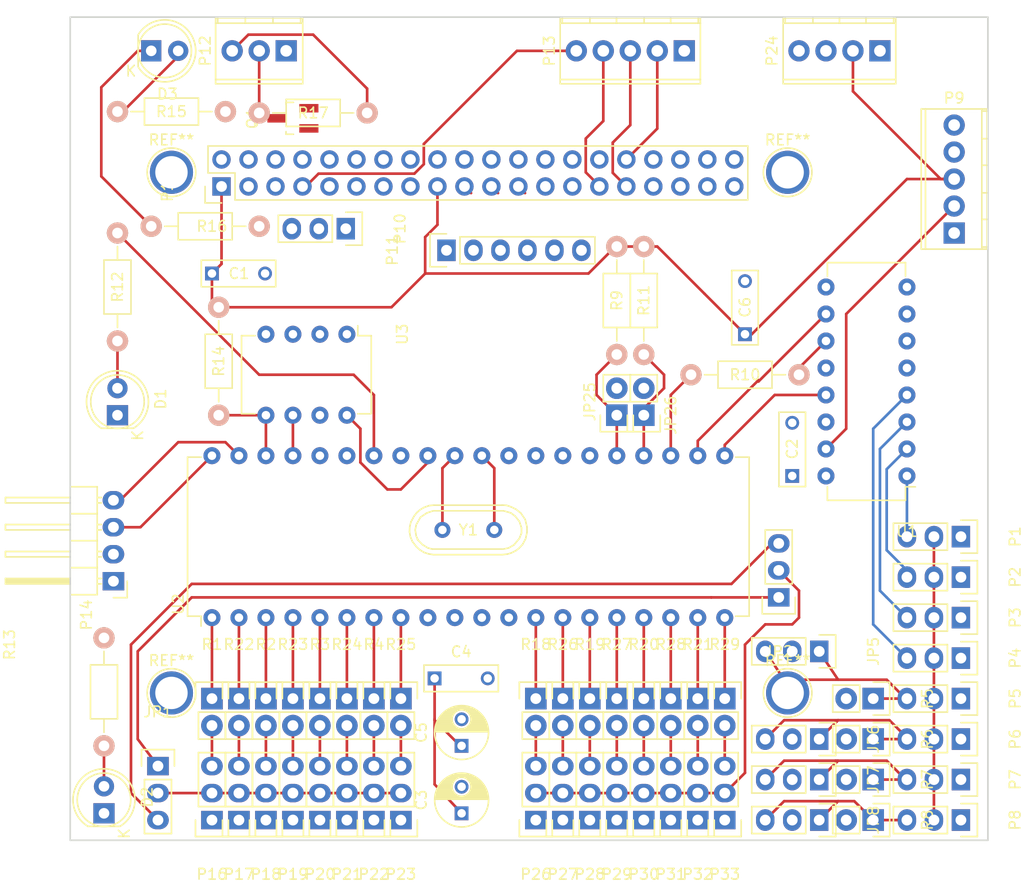
<source format=kicad_pcb>
(kicad_pcb (version 4) (host pcbnew 4.0.3-stable)
  (layers (0 F.Cu signal) (31 B.Cu signal) (34 B.Paste user) (35 F.Paste user) (36 B.SilkS user) (37 F.SilkS user) (38 B.Mask user) (39 F.Mask user) (44 Edge.Cuts user))
  (net 0 "")
  (net 1 +3V3)
  (net 2 GNDREF)
  (net 3 +BATT)
  (net 4 +5V)
  (net 5 VAA)
  (net 6 /!RST)
  (net 7 /<TX)
  (net 8 /RX>)
  (net 9 DIO_PORTA_P1_A)
  (net 10 DIO_PORTA_P2_A)
  (net 11 DIO_PORTA_P3_A)
  (net 12 DIO_PORTA_P4_A)
  (net 13 "Net-(JP5-Pad2)")
  (net 14 DIO_PORTA_P5_A)
  (net 15 "Net-(JP6-Pad2)")
  (net 16 DIO_PORTA_P6_A)
  (net 17 "Net-(JP7-Pad2)")
  (net 18 DIO_PORTA_P7_A)
  (net 19 "Net-(JP8-Pad2)")
  (net 20 DIO_PORTA_P8_A)
  (net 21 DIO_PORTB_P1_A)
  (net 22 DIO_PORTB_P2_A)
  (net 23 DIO_PORTB_P3_A)
  (net 24 DIO_PORTB_P4_A)
  (net 25 DIO_PORTB_P5_A)
  (net 26 DIO_PORTB_P6_A)
  (net 27 DIO_PORTB_P7_A)
  (net 28 DIO_PORTB_P8_A)
  (net 29 "Net-(D1-Pad2)")
  (net 30 "Net-(D2-Pad2)")
  (net 31 "Net-(D3-Pad1)")
  (net 32 ARM_IN)
  (net 33 "Net-(JP5-Pad1)")
  (net 34 "Net-(JP6-Pad1)")
  (net 35 "Net-(JP7-Pad1)")
  (net 36 "Net-(JP8-Pad1)")
  (net 37 "Net-(JP25-Pad1)")
  (net 38 "Net-(JP26-Pad1)")
  (net 39 GPIO12)
  (net 40 GPIO6)
  (net 41 GPIO5)
  (net 42 USER_COMM1)
  (net 43 "Net-(R10-Pad1)")
  (net 44 "Net-(R10-Pad2)")
  (net 45 "Net-(R12-Pad2)")
  (net 46 "Net-(R13-Pad2)")
  (net 47 "Net-(R14-Pad2)")
  (net 48 "Net-(U1-Pad10)")
  (net 49 "Net-(U1-Pad13)")
  (net 50 USER_COMM2)
  (net 51 "Net-(U2-Pad30)")
  (net 52 "Net-(U2-Pad31)")
  (net 53 UART_TX)
  (net 54 UART_RX)
  (net 55 "Net-(U2-Pad37)")
  (net 56 GPIO4)
  (net 57 "Net-(P15-Pad11)")
  (net 58 "Net-(P15-Pad12)")
  (net 59 "Net-(P15-Pad13)")
  (net 60 "Net-(P15-Pad15)")
  (net 61 "Net-(P15-Pad18)")
  (net 62 "Net-(P15-Pad22)")
  (net 63 "Net-(P15-Pad27)")
  (net 64 "Net-(P15-Pad28)")
  (net 65 "Net-(P15-Pad33)")
  (net 66 "Net-(P15-Pad35)")
  (net 67 "Net-(P15-Pad36)")
  (net 68 "Net-(P15-Pad37)")
  (net 69 "Net-(P15-Pad38)")
  (net 70 "Net-(P15-Pad40)")
  (net 71 I2C_CLK)
  (net 72 I2C_SDA)
  (net 73 SPI0_SCLK)
  (net 74 SPI0_MOSI)
  (net 75 SPI0_MISO)
  (net 76 SPI0_CE0)
  (net 77 SPI0_CE1)
  (net 78 "Net-(P12-Pad2)")
  (net 79 "Net-(P12-Pad3)")
  (net 80 "Net-(P1-Pad3)")
  (net 81 "Net-(P2-Pad3)")
  (net 82 "Net-(P3-Pad3)")
  (net 83 "Net-(P4-Pad3)")
  (net 84 "Net-(R1-Pad1)")
  (net 85 "Net-(R2-Pad1)")
  (net 86 "Net-(R3-Pad1)")
  (net 87 "Net-(R4-Pad1)")
  (net 88 "Net-(R18-Pad1)")
  (net 89 "Net-(R19-Pad1)")
  (net 90 "Net-(R20-Pad1)")
  (net 91 "Net-(R21-Pad1)")
  (net 92 "Net-(R22-Pad1)")
  (net 93 "Net-(R23-Pad1)")
  (net 94 "Net-(R24-Pad1)")
  (net 95 "Net-(R25-Pad1)")
  (net 96 "Net-(R26-Pad1)")
  (net 97 "Net-(R27-Pad1)")
  (net 98 "Net-(R28-Pad1)")
  (net 99 "Net-(R29-Pad1)")
  (net 100 "Net-(JP1-Pad2)")
  (net 101 "Net-(JP2-Pad2)")
  (module Capacitors_ThroughHole:C_Rect_L7_W2.5_P5 (layer F.Cu) (at 129.54 92.075 90)
    (fp_text reference C2 (at 2.54 0 90) (layer F.SilkS))
    (fp_text value "100 nF")
    (pad 1 thru_hole rect (at 0 0 90) (size 1.3 1.3) (drill 0.8) (layers *.Cu *.Mask) (net 1 +3V3))
    (pad 2 thru_hole circle (at 5 0 90) (size 1.3 1.3) (drill 0.8) (layers *.Cu *.Mask) (net 2 GNDREF))
  )
  (module LEDs:LED-5MM (layer F.Cu) (at 66.04 86.36 90)
    (fp_text reference D1 (at 1.524 4.064 90) (layer F.SilkS))
    (fp_text value "LED 5MM GREEN")
    (fp_text user K (at -1.905 1.905 90) (layer F.SilkS))
    (pad 1 thru_hole rect (at 0 0 180) (size 2 1.9) (drill 1.00076) (layers *.Cu *.Mask) (net 2 GNDREF))
    (pad 2 thru_hole circle (at 2.54 0 90) (size 1.9 1.9) (drill 1.00076) (layers *.Cu *.Mask) (net 29 "Net-(D1-Pad2)"))
  )
  (module LEDs:LED-5MM (layer F.Cu) (at 64.77 123.825 90)
    (fp_text reference D2 (at 1.524 4.064 90) (layer F.SilkS))
    (fp_text value "LED 5MM RED")
    (fp_text user K (at -1.905 1.905 90) (layer F.SilkS))
    (pad 1 thru_hole rect (at 0 0 180) (size 2 1.9) (drill 1.00076) (layers *.Cu *.Mask) (net 2 GNDREF))
    (pad 2 thru_hole circle (at 2.54 0 90) (size 1.9 1.9) (drill 1.00076) (layers *.Cu *.Mask) (net 30 "Net-(D2-Pad2)"))
  )
  (module LEDs:LED-5MM (layer F.Cu) (at 69.215 52.07)
    (fp_text reference D3 (at 1.524 4.064) (layer F.SilkS))
    (fp_text value "LED 5MM GREEN")
    (fp_text user K (at -1.905 1.905) (layer F.SilkS))
    (pad 1 thru_hole rect (at 0 0 90) (size 2 1.9) (drill 1.00076) (layers *.Cu *.Mask) (net 31 "Net-(D3-Pad1)"))
    (pad 2 thru_hole circle (at 2.54 0) (size 1.9 1.9) (drill 1.00076) (layers *.Cu *.Mask) (net 32 ARM_IN))
  )
  (module Pin_Headers:Pin_Header_Straight_1x03 (layer F.Cu) (at 132.08 108.585 270)
    (fp_text reference JP5 (at 0 -5.1 270) (layer F.SilkS))
    (fp_text value JUMPER3)
    (pad 1 thru_hole rect (at 0 0 270) (size 2.032 1.7272) (drill 1.016) (layers *.Cu *.Mask) (net 33 "Net-(JP5-Pad1)"))
    (pad 2 thru_hole oval (at 0 2.54 270) (size 2.032 1.7272) (drill 1.016) (layers *.Cu *.Mask) (net 13 "Net-(JP5-Pad2)"))
    (pad 3 thru_hole oval (at 0 5.08 270) (size 2.032 1.7272) (drill 1.016) (layers *.Cu *.Mask) (net 33 "Net-(JP5-Pad1)"))
  )
  (module Pin_Headers:Pin_Header_Straight_1x03 (layer F.Cu) (at 132.08 116.84 270)
    (fp_text reference JP6 (at 0 -5.1 270) (layer F.SilkS))
    (fp_text value JUMPER3)
    (pad 1 thru_hole rect (at 0 0 270) (size 2.032 1.7272) (drill 1.016) (layers *.Cu *.Mask) (net 34 "Net-(JP6-Pad1)"))
    (pad 2 thru_hole oval (at 0 2.54 270) (size 2.032 1.7272) (drill 1.016) (layers *.Cu *.Mask) (net 15 "Net-(JP6-Pad2)"))
    (pad 3 thru_hole oval (at 0 5.08 270) (size 2.032 1.7272) (drill 1.016) (layers *.Cu *.Mask) (net 34 "Net-(JP6-Pad1)"))
  )
  (module Pin_Headers:Pin_Header_Straight_1x03 (layer F.Cu) (at 132.08 120.65 270)
    (fp_text reference JP7 (at 0 -5.1 270) (layer F.SilkS))
    (fp_text value JUMPER3)
    (pad 1 thru_hole rect (at 0 0 270) (size 2.032 1.7272) (drill 1.016) (layers *.Cu *.Mask) (net 35 "Net-(JP7-Pad1)"))
    (pad 2 thru_hole oval (at 0 2.54 270) (size 2.032 1.7272) (drill 1.016) (layers *.Cu *.Mask) (net 17 "Net-(JP7-Pad2)"))
    (pad 3 thru_hole oval (at 0 5.08 270) (size 2.032 1.7272) (drill 1.016) (layers *.Cu *.Mask) (net 35 "Net-(JP7-Pad1)"))
  )
  (module Pin_Headers:Pin_Header_Straight_1x03 (layer F.Cu) (at 132.08 124.46 270)
    (fp_text reference JP8 (at 0 -5.1 270) (layer F.SilkS))
    (fp_text value JUMPER3)
    (pad 1 thru_hole rect (at 0 0 270) (size 2.032 1.7272) (drill 1.016) (layers *.Cu *.Mask) (net 36 "Net-(JP8-Pad1)"))
    (pad 2 thru_hole oval (at 0 2.54 270) (size 2.032 1.7272) (drill 1.016) (layers *.Cu *.Mask) (net 19 "Net-(JP8-Pad2)"))
    (pad 3 thru_hole oval (at 0 5.08 270) (size 2.032 1.7272) (drill 1.016) (layers *.Cu *.Mask) (net 36 "Net-(JP8-Pad1)"))
  )
  (module Pin_Headers:Pin_Header_Straight_1x02 (layer F.Cu) (at 113.03 86.36 180)
    (fp_text reference JP25 (at 2.54 1.27 270) (layer F.SilkS))
    (fp_text value JUMPER)
    (pad 1 thru_hole rect (at 0 0 180) (size 2.032 2.032) (drill 1.016) (layers *.Cu *.Mask) (net 37 "Net-(JP25-Pad1)"))
    (pad 2 thru_hole oval (at 0 2.54 180) (size 2.032 2.032) (drill 1.016) (layers *.Cu *.Mask) (net 2 GNDREF))
  )
  (module Pin_Headers:Pin_Header_Straight_1x02 (layer F.Cu) (at 115.57 86.36 180)
    (fp_text reference JP26 (at -2.54 0 270) (layer F.SilkS))
    (fp_text value JUMPER)
    (pad 1 thru_hole rect (at 0 0 180) (size 2.032 2.032) (drill 1.016) (layers *.Cu *.Mask) (net 38 "Net-(JP26-Pad1)"))
    (pad 2 thru_hole oval (at 0 2.54 180) (size 2.032 2.032) (drill 1.016) (layers *.Cu *.Mask) (net 2 GNDREF))
  )
  (module Pin_Headers:Pin_Header_Angled_1x04 (layer F.Cu) (at 65.659 101.981 180)
    (fp_text reference P14 (at 2.54 -3.175 270) (layer F.SilkS))
    (fp_text value "PROP PLUG")
    (pad 1 thru_hole rect (at 0 0 180) (size 2.032 1.7272) (drill 1.016) (layers *.Cu *.Mask) (net 2 GNDREF))
    (pad 2 thru_hole oval (at 0 2.54 180) (size 2.032 1.7272) (drill 1.016) (layers *.Cu *.Mask) (net 6 /!RST))
    (pad 3 thru_hole oval (at 0 5.08 180) (size 2.032 1.7272) (drill 1.016) (layers *.Cu *.Mask) (net 7 /<TX))
    (pad 4 thru_hole oval (at 0 7.62 180) (size 2.032 1.7272) (drill 1.016) (layers *.Cu *.Mask) (net 8 /RX>))
  )
  (module Pin_Headers:Pin_Header_Straight_2x20 (layer F.Cu) (at 75.8317 64.8335 90)
    (fp_text reference P15 (at 0 -5.1 90) (layer F.SilkS))
    (fp_text value "RASPBERRY PI 40-PIN CONN")
    (pad 1 thru_hole rect (at 0 0 90) (size 1.7272 1.7272) (drill 1.016) (layers *.Cu *.Mask) (net 1 +3V3))
    (pad 2 thru_hole oval (at 2.54 0 90) (size 1.7272 1.7272) (drill 1.016) (layers *.Cu *.Mask) (net 4 +5V))
    (pad 3 thru_hole oval (at 0 2.54 90) (size 1.7272 1.7272) (drill 1.016) (layers *.Cu *.Mask) (net 72 I2C_SDA))
    (pad 4 thru_hole oval (at 2.54 2.54 90) (size 1.7272 1.7272) (drill 1.016) (layers *.Cu *.Mask) (net 4 +5V))
    (pad 5 thru_hole oval (at 0 5.08 90) (size 1.7272 1.7272) (drill 1.016) (layers *.Cu *.Mask) (net 71 I2C_CLK))
    (pad 6 thru_hole oval (at 2.54 5.08 90) (size 1.7272 1.7272) (drill 1.016) (layers *.Cu *.Mask) (net 2 GNDREF))
    (pad 7 thru_hole oval (at 0 7.62 90) (size 1.7272 1.7272) (drill 1.016) (layers *.Cu *.Mask) (net 56 GPIO4))
    (pad 8 thru_hole oval (at 2.54 7.62 90) (size 1.7272 1.7272) (drill 1.016) (layers *.Cu *.Mask) (net 54 UART_RX))
    (pad 9 thru_hole oval (at 0 10.16 90) (size 1.7272 1.7272) (drill 1.016) (layers *.Cu *.Mask) (net 2 GNDREF))
    (pad 10 thru_hole oval (at 2.54 10.16 90) (size 1.7272 1.7272) (drill 1.016) (layers *.Cu *.Mask) (net 53 UART_TX))
    (pad 11 thru_hole oval (at 0 12.7 90) (size 1.7272 1.7272) (drill 1.016) (layers *.Cu *.Mask) (net 57 "Net-(P15-Pad11)"))
    (pad 12 thru_hole oval (at 2.54 12.7 90) (size 1.7272 1.7272) (drill 1.016) (layers *.Cu *.Mask) (net 58 "Net-(P15-Pad12)"))
    (pad 13 thru_hole oval (at 0 15.24 90) (size 1.7272 1.7272) (drill 1.016) (layers *.Cu *.Mask) (net 59 "Net-(P15-Pad13)"))
    (pad 14 thru_hole oval (at 2.54 15.24 90) (size 1.7272 1.7272) (drill 1.016) (layers *.Cu *.Mask) (net 2 GNDREF))
    (pad 15 thru_hole oval (at 0 17.78 90) (size 1.7272 1.7272) (drill 1.016) (layers *.Cu *.Mask) (net 60 "Net-(P15-Pad15)"))
    (pad 16 thru_hole oval (at 2.54 17.78 90) (size 1.7272 1.7272) (drill 1.016) (layers *.Cu *.Mask) (net 32 ARM_IN))
    (pad 17 thru_hole oval (at 0 20.32 90) (size 1.7272 1.7272) (drill 1.016) (layers *.Cu *.Mask) (net 1 +3V3))
    (pad 18 thru_hole oval (at 2.54 20.32 90) (size 1.7272 1.7272) (drill 1.016) (layers *.Cu *.Mask) (net 61 "Net-(P15-Pad18)"))
    (pad 19 thru_hole oval (at 0 22.86 90) (size 1.7272 1.7272) (drill 1.016) (layers *.Cu *.Mask) (net 74 SPI0_MOSI))
    (pad 20 thru_hole oval (at 2.54 22.86 90) (size 1.7272 1.7272) (drill 1.016) (layers *.Cu *.Mask) (net 2 GNDREF))
    (pad 21 thru_hole oval (at 0 25.4 90) (size 1.7272 1.7272) (drill 1.016) (layers *.Cu *.Mask) (net 75 SPI0_MISO))
    (pad 22 thru_hole oval (at 2.54 25.4 90) (size 1.7272 1.7272) (drill 1.016) (layers *.Cu *.Mask) (net 62 "Net-(P15-Pad22)"))
    (pad 23 thru_hole oval (at 0 27.94 90) (size 1.7272 1.7272) (drill 1.016) (layers *.Cu *.Mask) (net 73 SPI0_SCLK))
    (pad 24 thru_hole oval (at 2.54 27.94 90) (size 1.7272 1.7272) (drill 1.016) (layers *.Cu *.Mask) (net 76 SPI0_CE0))
    (pad 25 thru_hole oval (at 0 30.48 90) (size 1.7272 1.7272) (drill 1.016) (layers *.Cu *.Mask) (net 2 GNDREF))
    (pad 26 thru_hole oval (at 2.54 30.48 90) (size 1.7272 1.7272) (drill 1.016) (layers *.Cu *.Mask) (net 77 SPI0_CE1))
    (pad 27 thru_hole oval (at 0 33.02 90) (size 1.7272 1.7272) (drill 1.016) (layers *.Cu *.Mask) (net 63 "Net-(P15-Pad27)"))
    (pad 28 thru_hole oval (at 2.54 33.02 90) (size 1.7272 1.7272) (drill 1.016) (layers *.Cu *.Mask) (net 64 "Net-(P15-Pad28)"))
    (pad 29 thru_hole oval (at 0 35.56 90) (size 1.7272 1.7272) (drill 1.016) (layers *.Cu *.Mask) (net 41 GPIO5))
    (pad 30 thru_hole oval (at 2.54 35.56 90) (size 1.7272 1.7272) (drill 1.016) (layers *.Cu *.Mask) (net 2 GNDREF))
    (pad 31 thru_hole oval (at 0 38.1 90) (size 1.7272 1.7272) (drill 1.016) (layers *.Cu *.Mask) (net 40 GPIO6))
    (pad 32 thru_hole oval (at 2.54 38.1 90) (size 1.7272 1.7272) (drill 1.016) (layers *.Cu *.Mask) (net 39 GPIO12))
    (pad 33 thru_hole oval (at 0 40.64 90) (size 1.7272 1.7272) (drill 1.016) (layers *.Cu *.Mask) (net 65 "Net-(P15-Pad33)"))
    (pad 34 thru_hole oval (at 2.54 40.64 90) (size 1.7272 1.7272) (drill 1.016) (layers *.Cu *.Mask) (net 2 GNDREF))
    (pad 35 thru_hole oval (at 0 43.18 90) (size 1.7272 1.7272) (drill 1.016) (layers *.Cu *.Mask) (net 66 "Net-(P15-Pad35)"))
    (pad 36 thru_hole oval (at 2.54 43.18 90) (size 1.7272 1.7272) (drill 1.016) (layers *.Cu *.Mask) (net 67 "Net-(P15-Pad36)"))
    (pad 37 thru_hole oval (at 0 45.72 90) (size 1.7272 1.7272) (drill 1.016) (layers *.Cu *.Mask) (net 68 "Net-(P15-Pad37)"))
    (pad 38 thru_hole oval (at 2.54 45.72 90) (size 1.7272 1.7272) (drill 1.016) (layers *.Cu *.Mask) (net 69 "Net-(P15-Pad38)"))
    (pad 39 thru_hole oval (at 0 48.26 90) (size 1.7272 1.7272) (drill 1.016) (layers *.Cu *.Mask) (net 2 GNDREF))
    (pad 40 thru_hole oval (at 2.54 48.26 90) (size 1.7272 1.7272) (drill 1.016) (layers *.Cu *.Mask) (net 70 "Net-(P15-Pad40)"))
  )
  (module TO_SOT_Packages_SMD:SOT-23_Handsoldering (layer F.Cu) (at 82.55 58.42 90)
    (fp_text reference Q1 (at 0 -3.81 90) (layer F.SilkS))
    (fp_text value BSS138)
    (pad 1 smd rect (at -0.95 1.50114 90) (size 0.8001 1.80086) (layers F.Cu F.Paste F.Mask) (net 1 +3V3))
    (pad 2 smd rect (at 0.95 1.50114 90) (size 0.8001 1.80086) (layers F.Cu F.Paste F.Mask) (net 32 ARM_IN))
    (pad 3 smd rect (at 0 -1.50114 90) (size 0.8001 1.80086) (layers F.Cu F.Paste F.Mask) (net 79 "Net-(P12-Pad3)"))
  )
  (module Resistors_ThroughHole:Resistor_Horizontal_RM10mm (layer F.Cu) (at 113.03 80.645 90)
    (fp_text reference R9 (at 5.08 0 90) (layer F.SilkS))
    (fp_text value "10 kOhm")
    (pad 1 thru_hole circle (at 0 0 90) (size 1.99898 1.99898) (drill 1.00076) (layers *.Cu *.SilkS *.Mask) (net 37 "Net-(JP25-Pad1)"))
    (pad 2 thru_hole circle (at 10.16 0 90) (size 1.99898 1.99898) (drill 1.00076) (layers *.Cu *.SilkS *.Mask) (net 1 +3V3))
  )
  (module Resistors_ThroughHole:Resistor_Horizontal_RM10mm (layer F.Cu) (at 120.015 82.55)
    (fp_text reference R10 (at 5.08 0) (layer F.SilkS))
    (fp_text value "3.3 kOhm")
    (pad 1 thru_hole circle (at 0 0) (size 1.99898 1.99898) (drill 1.00076) (layers *.Cu *.SilkS *.Mask) (net 43 "Net-(R10-Pad1)"))
    (pad 2 thru_hole circle (at 10.16 0) (size 1.99898 1.99898) (drill 1.00076) (layers *.Cu *.SilkS *.Mask) (net 44 "Net-(R10-Pad2)"))
  )
  (module Resistors_ThroughHole:Resistor_Horizontal_RM10mm (layer F.Cu) (at 115.57 80.645 90)
    (fp_text reference R11 (at 5.08 0 90) (layer F.SilkS))
    (fp_text value "10 kOhm")
    (pad 1 thru_hole circle (at 0 0 90) (size 1.99898 1.99898) (drill 1.00076) (layers *.Cu *.SilkS *.Mask) (net 38 "Net-(JP26-Pad1)"))
    (pad 2 thru_hole circle (at 10.16 0 90) (size 1.99898 1.99898) (drill 1.00076) (layers *.Cu *.SilkS *.Mask) (net 1 +3V3))
  )
  (module Resistors_ThroughHole:Resistor_Horizontal_RM10mm (layer F.Cu) (at 66.04 79.375 90)
    (fp_text reference R12 (at 5.08 0 90) (layer F.SilkS))
    (fp_text value "1 kOhm")
    (pad 1 thru_hole circle (at 0 0 90) (size 1.99898 1.99898) (drill 1.00076) (layers *.Cu *.SilkS *.Mask) (net 29 "Net-(D1-Pad2)"))
    (pad 2 thru_hole circle (at 10.16 0 90) (size 1.99898 1.99898) (drill 1.00076) (layers *.Cu *.SilkS *.Mask) (net 45 "Net-(R12-Pad2)"))
  )
  (module Resistors_ThroughHole:Resistor_Horizontal_RM10mm (layer F.Cu) (at 64.77 117.475 90)
    (fp_text reference R13 (at 9.525 -8.89 90) (layer F.SilkS))
    (fp_text value "1 kOhm")
    (pad 1 thru_hole circle (at 0 0 90) (size 1.99898 1.99898) (drill 1.00076) (layers *.Cu *.SilkS *.Mask) (net 30 "Net-(D2-Pad2)"))
    (pad 2 thru_hole circle (at 10.16 0 90) (size 1.99898 1.99898) (drill 1.00076) (layers *.Cu *.SilkS *.Mask) (net 46 "Net-(R13-Pad2)"))
  )
  (module Resistors_ThroughHole:Resistor_Horizontal_RM10mm (layer F.Cu) (at 75.565 76.2 270)
    (fp_text reference R14 (at 5.08 0 270) (layer F.SilkS))
    (fp_text value "10 kOhm")
    (pad 1 thru_hole circle (at 0 0 270) (size 1.99898 1.99898) (drill 1.00076) (layers *.Cu *.SilkS *.Mask) (net 1 +3V3))
    (pad 2 thru_hole circle (at 10.16 0 270) (size 1.99898 1.99898) (drill 1.00076) (layers *.Cu *.SilkS *.Mask) (net 47 "Net-(R14-Pad2)"))
  )
  (module Resistors_ThroughHole:Resistor_Horizontal_RM10mm (layer F.Cu) (at 66.04 57.785)
    (fp_text reference R15 (at 5.08 0) (layer F.SilkS))
    (fp_text value "10k Ohm")
    (pad 1 thru_hole circle (at 0 0) (size 1.99898 1.99898) (drill 1.00076) (layers *.Cu *.SilkS *.Mask) (net 32 ARM_IN))
    (pad 2 thru_hole circle (at 10.16 0) (size 1.99898 1.99898) (drill 1.00076) (layers *.Cu *.SilkS *.Mask) (net 1 +3V3))
  )
  (module Resistors_ThroughHole:Resistor_Horizontal_RM10mm (layer F.Cu) (at 79.375 68.58 180)
    (fp_text reference R16 (at 4.445 0 180) (layer F.SilkS))
    (fp_text value "1 kOhm")
    (pad 1 thru_hole circle (at 0 0 180) (size 1.99898 1.99898) (drill 1.00076) (layers *.Cu *.SilkS *.Mask) (net 2 GNDREF))
    (pad 2 thru_hole circle (at 10.16 0 180) (size 1.99898 1.99898) (drill 1.00076) (layers *.Cu *.SilkS *.Mask) (net 31 "Net-(D3-Pad1)"))
  )
  (module Resistors_ThroughHole:Resistor_Horizontal_RM10mm (layer F.Cu) (at 89.535 57.912 180)
    (fp_text reference R17 (at 5.08 0 180) (layer F.SilkS))
    (fp_text value "10k Ohm")
    (pad 1 thru_hole circle (at 0 0 180) (size 1.99898 1.99898) (drill 1.00076) (layers *.Cu *.SilkS *.Mask) (net 79 "Net-(P12-Pad3)"))
    (pad 2 thru_hole circle (at 10.16 0 180) (size 1.99898 1.99898) (drill 1.00076) (layers *.Cu *.SilkS *.Mask) (net 78 "Net-(P12-Pad2)"))
  )
  (module Housings_DIP:DIP-16_W7.62mm (layer F.Cu) (at 140.335 92.075 180)
    (fp_text reference U1 (at 0 -5.22 180) (layer F.SilkS))
    (fp_text value MCP3208)
    (pad 1 thru_hole oval (at 0 0 180) (size 1.6 1.6) (drill 0.8) (layers *.Cu *.Mask) (net 80 "Net-(P1-Pad3)"))
    (pad 2 thru_hole oval (at 0 2.54 180) (size 1.6 1.6) (drill 0.8) (layers *.Cu *.Mask) (net 81 "Net-(P2-Pad3)"))
    (pad 3 thru_hole oval (at 0 5.08 180) (size 1.6 1.6) (drill 0.8) (layers *.Cu *.Mask) (net 82 "Net-(P3-Pad3)"))
    (pad 4 thru_hole oval (at 0 7.62 180) (size 1.6 1.6) (drill 0.8) (layers *.Cu *.Mask) (net 83 "Net-(P4-Pad3)"))
    (pad 5 thru_hole oval (at 0 10.16 180) (size 1.6 1.6) (drill 0.8) (layers *.Cu *.Mask) (net 13 "Net-(JP5-Pad2)"))
    (pad 6 thru_hole oval (at 0 12.7 180) (size 1.6 1.6) (drill 0.8) (layers *.Cu *.Mask) (net 15 "Net-(JP6-Pad2)"))
    (pad 7 thru_hole oval (at 0 15.24 180) (size 1.6 1.6) (drill 0.8) (layers *.Cu *.Mask) (net 17 "Net-(JP7-Pad2)"))
    (pad 8 thru_hole oval (at 0 17.78 180) (size 1.6 1.6) (drill 0.8) (layers *.Cu *.Mask) (net 19 "Net-(JP8-Pad2)"))
    (pad 9 thru_hole oval (at 7.62 17.78 180) (size 1.6 1.6) (drill 0.8) (layers *.Cu *.Mask) (net 2 GNDREF))
    (pad 10 thru_hole oval (at 7.62 15.24 180) (size 1.6 1.6) (drill 0.8) (layers *.Cu *.Mask) (net 48 "Net-(U1-Pad10)"))
    (pad 11 thru_hole oval (at 7.62 12.7 180) (size 1.6 1.6) (drill 0.8) (layers *.Cu *.Mask) (net 44 "Net-(R10-Pad2)"))
    (pad 12 thru_hole oval (at 7.62 10.16 180) (size 1.6 1.6) (drill 0.8) (layers *.Cu *.Mask) (net 43 "Net-(R10-Pad1)"))
    (pad 13 thru_hole oval (at 7.62 7.62 180) (size 1.6 1.6) (drill 0.8) (layers *.Cu *.Mask) (net 49 "Net-(U1-Pad13)"))
    (pad 14 thru_hole oval (at 7.62 5.08 180) (size 1.6 1.6) (drill 0.8) (layers *.Cu *.Mask) (net 2 GNDREF))
    (pad 15 thru_hole oval (at 7.62 2.54 180) (size 1.6 1.6) (drill 0.8) (layers *.Cu *.Mask) (net 5 VAA))
    (pad 16 thru_hole oval (at 7.62 0 180) (size 1.6 1.6) (drill 0.8) (layers *.Cu *.Mask) (net 1 +3V3))
  )
  (module Housings_DIP:DIP-40_W15.24mm (layer F.Cu) (at 74.93 105.41 90)
    (fp_text reference U2 (at 1.27 -3.175 90) (layer F.SilkS))
    (fp_text value P8X32A-D40)
    (pad 1 thru_hole oval (at 0 0 90) (size 1.6 1.6) (drill 0.8) (layers *.Cu *.Mask) (net 84 "Net-(R1-Pad1)"))
    (pad 2 thru_hole oval (at 0 2.54 90) (size 1.6 1.6) (drill 0.8) (layers *.Cu *.Mask) (net 92 "Net-(R22-Pad1)"))
    (pad 3 thru_hole oval (at 0 5.08 90) (size 1.6 1.6) (drill 0.8) (layers *.Cu *.Mask) (net 85 "Net-(R2-Pad1)"))
    (pad 4 thru_hole oval (at 0 7.62 90) (size 1.6 1.6) (drill 0.8) (layers *.Cu *.Mask) (net 93 "Net-(R23-Pad1)"))
    (pad 5 thru_hole oval (at 0 10.16 90) (size 1.6 1.6) (drill 0.8) (layers *.Cu *.Mask) (net 86 "Net-(R3-Pad1)"))
    (pad 6 thru_hole oval (at 0 12.7 90) (size 1.6 1.6) (drill 0.8) (layers *.Cu *.Mask) (net 94 "Net-(R24-Pad1)"))
    (pad 7 thru_hole oval (at 0 15.24 90) (size 1.6 1.6) (drill 0.8) (layers *.Cu *.Mask) (net 87 "Net-(R4-Pad1)"))
    (pad 8 thru_hole oval (at 0 17.78 90) (size 1.6 1.6) (drill 0.8) (layers *.Cu *.Mask) (net 95 "Net-(R25-Pad1)"))
    (pad 9 thru_hole oval (at 0 20.32 90) (size 1.6 1.6) (drill 0.8) (layers *.Cu *.Mask) (net 2 GNDREF))
    (pad 10 thru_hole oval (at 0 22.86 90) (size 1.6 1.6) (drill 0.8) (layers *.Cu *.Mask) (net 2 GNDREF))
    (pad 11 thru_hole oval (at 0 25.4 90) (size 1.6 1.6) (drill 0.8) (layers *.Cu *.Mask) (net 6 /!RST))
    (pad 12 thru_hole oval (at 0 27.94 90) (size 1.6 1.6) (drill 0.8) (layers *.Cu *.Mask) (net 2 GNDREF))
    (pad 13 thru_hole oval (at 0 30.48 90) (size 1.6 1.6) (drill 0.8) (layers *.Cu *.Mask) (net 88 "Net-(R18-Pad1)"))
    (pad 14 thru_hole oval (at 0 33.02 90) (size 1.6 1.6) (drill 0.8) (layers *.Cu *.Mask) (net 96 "Net-(R26-Pad1)"))
    (pad 15 thru_hole oval (at 0 35.56 90) (size 1.6 1.6) (drill 0.8) (layers *.Cu *.Mask) (net 89 "Net-(R19-Pad1)"))
    (pad 16 thru_hole oval (at 0 38.1 90) (size 1.6 1.6) (drill 0.8) (layers *.Cu *.Mask) (net 97 "Net-(R27-Pad1)"))
    (pad 17 thru_hole oval (at 0 40.64 90) (size 1.6 1.6) (drill 0.8) (layers *.Cu *.Mask) (net 90 "Net-(R20-Pad1)"))
    (pad 18 thru_hole oval (at 0 43.18 90) (size 1.6 1.6) (drill 0.8) (layers *.Cu *.Mask) (net 98 "Net-(R28-Pad1)"))
    (pad 19 thru_hole oval (at 0 45.72 90) (size 1.6 1.6) (drill 0.8) (layers *.Cu *.Mask) (net 91 "Net-(R21-Pad1)"))
    (pad 20 thru_hole oval (at 0 48.26 90) (size 1.6 1.6) (drill 0.8) (layers *.Cu *.Mask) (net 99 "Net-(R29-Pad1)"))
    (pad 21 thru_hole oval (at 15.24 48.26 90) (size 1.6 1.6) (drill 0.8) (layers *.Cu *.Mask) (net 49 "Net-(U1-Pad13)"))
    (pad 22 thru_hole oval (at 15.24 45.72 90) (size 1.6 1.6) (drill 0.8) (layers *.Cu *.Mask) (net 48 "Net-(U1-Pad10)"))
    (pad 23 thru_hole oval (at 15.24 43.18 90) (size 1.6 1.6) (drill 0.8) (layers *.Cu *.Mask) (net 43 "Net-(R10-Pad1)"))
    (pad 24 thru_hole oval (at 15.24 40.64 90) (size 1.6 1.6) (drill 0.8) (layers *.Cu *.Mask) (net 38 "Net-(JP26-Pad1)"))
    (pad 25 thru_hole oval (at 15.24 38.1 90) (size 1.6 1.6) (drill 0.8) (layers *.Cu *.Mask) (net 37 "Net-(JP25-Pad1)"))
    (pad 26 thru_hole oval (at 15.24 35.56 90) (size 1.6 1.6) (drill 0.8) (layers *.Cu *.Mask) (net 50 USER_COMM2))
    (pad 27 thru_hole oval (at 15.24 33.02 90) (size 1.6 1.6) (drill 0.8) (layers *.Cu *.Mask) (net 42 USER_COMM1))
    (pad 28 thru_hole oval (at 15.24 30.48 90) (size 1.6 1.6) (drill 0.8) (layers *.Cu *.Mask) (net 32 ARM_IN))
    (pad 29 thru_hole oval (at 15.24 27.94 90) (size 1.6 1.6) (drill 0.8) (layers *.Cu *.Mask) (net 2 GNDREF))
    (pad 30 thru_hole oval (at 15.24 25.4 90) (size 1.6 1.6) (drill 0.8) (layers *.Cu *.Mask) (net 51 "Net-(U2-Pad30)"))
    (pad 31 thru_hole oval (at 15.24 22.86 90) (size 1.6 1.6) (drill 0.8) (layers *.Cu *.Mask) (net 52 "Net-(U2-Pad31)"))
    (pad 32 thru_hole oval (at 15.24 20.32 90) (size 1.6 1.6) (drill 0.8) (layers *.Cu *.Mask) (net 1 +3V3))
    (pad 33 thru_hole oval (at 15.24 17.78 90) (size 1.6 1.6) (drill 0.8) (layers *.Cu *.Mask) (net 46 "Net-(R13-Pad2)"))
    (pad 34 thru_hole oval (at 15.24 15.24 90) (size 1.6 1.6) (drill 0.8) (layers *.Cu *.Mask) (net 45 "Net-(R12-Pad2)"))
    (pad 35 thru_hole oval (at 15.24 12.7 90) (size 1.6 1.6) (drill 0.8) (layers *.Cu *.Mask) (net 53 UART_TX))
    (pad 36 thru_hole oval (at 15.24 10.16 90) (size 1.6 1.6) (drill 0.8) (layers *.Cu *.Mask) (net 54 UART_RX))
    (pad 37 thru_hole oval (at 15.24 7.62 90) (size 1.6 1.6) (drill 0.8) (layers *.Cu *.Mask) (net 55 "Net-(U2-Pad37)"))
    (pad 38 thru_hole oval (at 15.24 5.08 90) (size 1.6 1.6) (drill 0.8) (layers *.Cu *.Mask) (net 47 "Net-(R14-Pad2)"))
    (pad 39 thru_hole oval (at 15.24 2.54 90) (size 1.6 1.6) (drill 0.8) (layers *.Cu *.Mask) (net 8 /RX>))
    (pad 40 thru_hole oval (at 15.24 0 90) (size 1.6 1.6) (drill 0.8) (layers *.Cu *.Mask) (net 7 /<TX))
  )
  (module Housings_DIP:DIP-8_W7.62mm (layer F.Cu) (at 87.63 78.74 270)
    (fp_text reference U3 (at 0 -5.22 270) (layer F.SilkS))
    (fp_text value 24LC256)
    (pad 1 thru_hole oval (at 0 0 270) (size 1.6 1.6) (drill 0.8) (layers *.Cu *.Mask) (net 2 GNDREF))
    (pad 2 thru_hole oval (at 0 2.54 270) (size 1.6 1.6) (drill 0.8) (layers *.Cu *.Mask) (net 2 GNDREF))
    (pad 3 thru_hole oval (at 0 5.08 270) (size 1.6 1.6) (drill 0.8) (layers *.Cu *.Mask) (net 2 GNDREF))
    (pad 4 thru_hole oval (at 0 7.62 270) (size 1.6 1.6) (drill 0.8) (layers *.Cu *.Mask) (net 2 GNDREF))
    (pad 5 thru_hole oval (at 7.62 7.62 270) (size 1.6 1.6) (drill 0.8) (layers *.Cu *.Mask) (net 47 "Net-(R14-Pad2)"))
    (pad 6 thru_hole oval (at 7.62 5.08 270) (size 1.6 1.6) (drill 0.8) (layers *.Cu *.Mask) (net 55 "Net-(U2-Pad37)"))
    (pad 7 thru_hole oval (at 7.62 2.54 270) (size 1.6 1.6) (drill 0.8) (layers *.Cu *.Mask) (net 2 GNDREF))
    (pad 8 thru_hole oval (at 7.62 0 270) (size 1.6 1.6) (drill 0.8) (layers *.Cu *.Mask) (net 1 +3V3))
  )
  (module Crystals:Crystal_HC49-U_Vertical (layer F.Cu) (at 99.06 97.155 180)
    (fp_text reference Y1 (at 0 0 180) (layer F.SilkS))
    (fp_text value "5 MHz")
    (pad 1 thru_hole circle (at -2.44094 0 180) (size 1.50114 1.50114) (drill 0.8001) (layers *.Cu *.Mask) (net 51 "Net-(U2-Pad30)"))
    (pad 2 thru_hole circle (at 2.44094 0 180) (size 1.50114 1.50114) (drill 0.8001) (layers *.Cu *.Mask) (net 52 "Net-(U2-Pad31)"))
  )
  (module Pin_Headers:Pin_Header_Straight_1x03 (layer F.Cu) (at 145.415 97.79 270)
    (fp_text reference P1 (at 0 -5.1 270) (layer F.SilkS))
    (fp_text value ANA1)
    (pad 1 thru_hole rect (at 0 0 270) (size 2.032 1.7272) (drill 1.016) (layers *.Cu *.Mask) (net 2 GNDREF))
    (pad 2 thru_hole oval (at 0 2.54 270) (size 2.032 1.7272) (drill 1.016) (layers *.Cu *.Mask) (net 1 +3V3))
    (pad 3 thru_hole oval (at 0 5.08 270) (size 2.032 1.7272) (drill 1.016) (layers *.Cu *.Mask) (net 80 "Net-(P1-Pad3)"))
  )
  (module Pin_Headers:Pin_Header_Straight_1x03 (layer F.Cu) (at 145.415 101.6 270)
    (fp_text reference P2 (at 0 -5.1 270) (layer F.SilkS))
    (fp_text value ANA2)
    (pad 1 thru_hole rect (at 0 0 270) (size 2.032 1.7272) (drill 1.016) (layers *.Cu *.Mask) (net 2 GNDREF))
    (pad 2 thru_hole oval (at 0 2.54 270) (size 2.032 1.7272) (drill 1.016) (layers *.Cu *.Mask) (net 1 +3V3))
    (pad 3 thru_hole oval (at 0 5.08 270) (size 2.032 1.7272) (drill 1.016) (layers *.Cu *.Mask) (net 81 "Net-(P2-Pad3)"))
  )
  (module Pin_Headers:Pin_Header_Straight_1x03 (layer F.Cu) (at 145.415 105.41 270)
    (fp_text reference P3 (at 0 -5.1 270) (layer F.SilkS))
    (fp_text value ANA3)
    (pad 1 thru_hole rect (at 0 0 270) (size 2.032 1.7272) (drill 1.016) (layers *.Cu *.Mask) (net 2 GNDREF))
    (pad 2 thru_hole oval (at 0 2.54 270) (size 2.032 1.7272) (drill 1.016) (layers *.Cu *.Mask) (net 1 +3V3))
    (pad 3 thru_hole oval (at 0 5.08 270) (size 2.032 1.7272) (drill 1.016) (layers *.Cu *.Mask) (net 82 "Net-(P3-Pad3)"))
  )
  (module Pin_Headers:Pin_Header_Straight_1x03 (layer F.Cu) (at 145.415 109.22 270)
    (fp_text reference P4 (at 0 -5.1 270) (layer F.SilkS))
    (fp_text value ANA4)
    (pad 1 thru_hole rect (at 0 0 270) (size 2.032 1.7272) (drill 1.016) (layers *.Cu *.Mask) (net 2 GNDREF))
    (pad 2 thru_hole oval (at 0 2.54 270) (size 2.032 1.7272) (drill 1.016) (layers *.Cu *.Mask) (net 1 +3V3))
    (pad 3 thru_hole oval (at 0 5.08 270) (size 2.032 1.7272) (drill 1.016) (layers *.Cu *.Mask) (net 83 "Net-(P4-Pad3)"))
  )
  (module Pin_Headers:Pin_Header_Straight_1x03 (layer F.Cu) (at 145.415 113.03 270)
    (fp_text reference P5 (at 0 -5.1 270) (layer F.SilkS))
    (fp_text value ANA5)
    (pad 1 thru_hole rect (at 0 0 270) (size 2.032 1.7272) (drill 1.016) (layers *.Cu *.Mask) (net 2 GNDREF))
    (pad 2 thru_hole oval (at 0 2.54 270) (size 2.032 1.7272) (drill 1.016) (layers *.Cu *.Mask) (net 1 +3V3))
    (pad 3 thru_hole oval (at 0 5.08 270) (size 2.032 1.7272) (drill 1.016) (layers *.Cu *.Mask) (net 33 "Net-(JP5-Pad1)"))
  )
  (module Pin_Headers:Pin_Header_Straight_1x03 (layer F.Cu) (at 145.415 116.84 270)
    (fp_text reference P6 (at 0 -5.1 270) (layer F.SilkS))
    (fp_text value ANA6)
    (pad 1 thru_hole rect (at 0 0 270) (size 2.032 1.7272) (drill 1.016) (layers *.Cu *.Mask) (net 2 GNDREF))
    (pad 2 thru_hole oval (at 0 2.54 270) (size 2.032 1.7272) (drill 1.016) (layers *.Cu *.Mask) (net 1 +3V3))
    (pad 3 thru_hole oval (at 0 5.08 270) (size 2.032 1.7272) (drill 1.016) (layers *.Cu *.Mask) (net 34 "Net-(JP6-Pad1)"))
  )
  (module Pin_Headers:Pin_Header_Straight_1x03 (layer F.Cu) (at 145.415 120.65 270)
    (fp_text reference P7 (at 0 -5.1 270) (layer F.SilkS))
    (fp_text value ANA7)
    (pad 1 thru_hole rect (at 0 0 270) (size 2.032 1.7272) (drill 1.016) (layers *.Cu *.Mask) (net 2 GNDREF))
    (pad 2 thru_hole oval (at 0 2.54 270) (size 2.032 1.7272) (drill 1.016) (layers *.Cu *.Mask) (net 1 +3V3))
    (pad 3 thru_hole oval (at 0 5.08 270) (size 2.032 1.7272) (drill 1.016) (layers *.Cu *.Mask) (net 35 "Net-(JP7-Pad1)"))
  )
  (module Pin_Headers:Pin_Header_Straight_1x03 (layer F.Cu) (at 145.415 124.46 270)
    (fp_text reference P8 (at 0 -5.1 270) (layer F.SilkS))
    (fp_text value ANA8)
    (pad 1 thru_hole rect (at 0 0 270) (size 2.032 1.7272) (drill 1.016) (layers *.Cu *.Mask) (net 2 GNDREF))
    (pad 2 thru_hole oval (at 0 2.54 270) (size 2.032 1.7272) (drill 1.016) (layers *.Cu *.Mask) (net 1 +3V3))
    (pad 3 thru_hole oval (at 0 5.08 270) (size 2.032 1.7272) (drill 1.016) (layers *.Cu *.Mask) (net 36 "Net-(JP8-Pad1)"))
  )
  (module Pin_Headers:Pin_Header_Straight_1x03 (layer F.Cu) (at 74.93 124.46 180)
    (fp_text reference P16 (at 0 -5.1 180) (layer F.SilkS))
    (fp_text value DIO_PORTA_P1)
    (pad 1 thru_hole rect (at 0 0 180) (size 2.032 1.7272) (drill 1.016) (layers *.Cu *.Mask) (net 2 GNDREF))
    (pad 2 thru_hole oval (at 0 2.54 180) (size 2.032 1.7272) (drill 1.016) (layers *.Cu *.Mask) (net 100 "Net-(JP1-Pad2)"))
    (pad 3 thru_hole oval (at 0 5.08 180) (size 2.032 1.7272) (drill 1.016) (layers *.Cu *.Mask) (net 9 DIO_PORTA_P1_A))
  )
  (module Pin_Headers:Pin_Header_Straight_1x03 (layer F.Cu) (at 77.47 124.46 180)
    (fp_text reference P17 (at 0 -5.1 180) (layer F.SilkS))
    (fp_text value DIO_PORTA_P2)
    (pad 1 thru_hole rect (at 0 0 180) (size 2.032 1.7272) (drill 1.016) (layers *.Cu *.Mask) (net 2 GNDREF))
    (pad 2 thru_hole oval (at 0 2.54 180) (size 2.032 1.7272) (drill 1.016) (layers *.Cu *.Mask) (net 100 "Net-(JP1-Pad2)"))
    (pad 3 thru_hole oval (at 0 5.08 180) (size 2.032 1.7272) (drill 1.016) (layers *.Cu *.Mask) (net 10 DIO_PORTA_P2_A))
  )
  (module Pin_Headers:Pin_Header_Straight_1x03 (layer F.Cu) (at 80.01 124.46 180)
    (fp_text reference P18 (at 0 -5.1 180) (layer F.SilkS))
    (fp_text value DIO_PORTA_P3)
    (pad 1 thru_hole rect (at 0 0 180) (size 2.032 1.7272) (drill 1.016) (layers *.Cu *.Mask) (net 2 GNDREF))
    (pad 2 thru_hole oval (at 0 2.54 180) (size 2.032 1.7272) (drill 1.016) (layers *.Cu *.Mask) (net 100 "Net-(JP1-Pad2)"))
    (pad 3 thru_hole oval (at 0 5.08 180) (size 2.032 1.7272) (drill 1.016) (layers *.Cu *.Mask) (net 11 DIO_PORTA_P3_A))
  )
  (module Pin_Headers:Pin_Header_Straight_1x03 (layer F.Cu) (at 82.55 124.46 180)
    (fp_text reference P19 (at 0 -5.1 180) (layer F.SilkS))
    (fp_text value DIO_PORTA_P4)
    (pad 1 thru_hole rect (at 0 0 180) (size 2.032 1.7272) (drill 1.016) (layers *.Cu *.Mask) (net 2 GNDREF))
    (pad 2 thru_hole oval (at 0 2.54 180) (size 2.032 1.7272) (drill 1.016) (layers *.Cu *.Mask) (net 100 "Net-(JP1-Pad2)"))
    (pad 3 thru_hole oval (at 0 5.08 180) (size 2.032 1.7272) (drill 1.016) (layers *.Cu *.Mask) (net 12 DIO_PORTA_P4_A))
  )
  (module Pin_Headers:Pin_Header_Straight_1x03 (layer F.Cu) (at 85.09 124.46 180)
    (fp_text reference P20 (at 0 -5.1 180) (layer F.SilkS))
    (fp_text value DIO_PORTA_P5)
    (pad 1 thru_hole rect (at 0 0 180) (size 2.032 1.7272) (drill 1.016) (layers *.Cu *.Mask) (net 2 GNDREF))
    (pad 2 thru_hole oval (at 0 2.54 180) (size 2.032 1.7272) (drill 1.016) (layers *.Cu *.Mask) (net 100 "Net-(JP1-Pad2)"))
    (pad 3 thru_hole oval (at 0 5.08 180) (size 2.032 1.7272) (drill 1.016) (layers *.Cu *.Mask) (net 14 DIO_PORTA_P5_A))
  )
  (module Pin_Headers:Pin_Header_Straight_1x03 (layer F.Cu) (at 87.63 124.46 180)
    (fp_text reference P21 (at 0 -5.1 180) (layer F.SilkS))
    (fp_text value DIO_PORTA_P6)
    (pad 1 thru_hole rect (at 0 0 180) (size 2.032 1.7272) (drill 1.016) (layers *.Cu *.Mask) (net 2 GNDREF))
    (pad 2 thru_hole oval (at 0 2.54 180) (size 2.032 1.7272) (drill 1.016) (layers *.Cu *.Mask) (net 100 "Net-(JP1-Pad2)"))
    (pad 3 thru_hole oval (at 0 5.08 180) (size 2.032 1.7272) (drill 1.016) (layers *.Cu *.Mask) (net 16 DIO_PORTA_P6_A))
  )
  (module Pin_Headers:Pin_Header_Straight_1x03 (layer F.Cu) (at 90.17 124.46 180)
    (fp_text reference P22 (at 0 -5.1 180) (layer F.SilkS))
    (fp_text value DIO_PORTA_P7)
    (pad 1 thru_hole rect (at 0 0 180) (size 2.032 1.7272) (drill 1.016) (layers *.Cu *.Mask) (net 2 GNDREF))
    (pad 2 thru_hole oval (at 0 2.54 180) (size 2.032 1.7272) (drill 1.016) (layers *.Cu *.Mask) (net 100 "Net-(JP1-Pad2)"))
    (pad 3 thru_hole oval (at 0 5.08 180) (size 2.032 1.7272) (drill 1.016) (layers *.Cu *.Mask) (net 18 DIO_PORTA_P7_A))
  )
  (module Pin_Headers:Pin_Header_Straight_1x03 (layer F.Cu) (at 92.71 124.46 180)
    (fp_text reference P23 (at 0 -5.1 180) (layer F.SilkS))
    (fp_text value DIO_PORTA_P8)
    (pad 1 thru_hole rect (at 0 0 180) (size 2.032 1.7272) (drill 1.016) (layers *.Cu *.Mask) (net 2 GNDREF))
    (pad 2 thru_hole oval (at 0 2.54 180) (size 2.032 1.7272) (drill 1.016) (layers *.Cu *.Mask) (net 100 "Net-(JP1-Pad2)"))
    (pad 3 thru_hole oval (at 0 5.08 180) (size 2.032 1.7272) (drill 1.016) (layers *.Cu *.Mask) (net 20 DIO_PORTA_P8_A))
  )
  (module Pin_Headers:Pin_Header_Straight_1x03 (layer F.Cu) (at 105.41 124.46 180)
    (fp_text reference P26 (at 0 -5.1 180) (layer F.SilkS))
    (fp_text value DIO_PORTB_P1)
    (pad 1 thru_hole rect (at 0 0 180) (size 2.032 1.7272) (drill 1.016) (layers *.Cu *.Mask) (net 2 GNDREF))
    (pad 2 thru_hole oval (at 0 2.54 180) (size 2.032 1.7272) (drill 1.016) (layers *.Cu *.Mask) (net 101 "Net-(JP2-Pad2)"))
    (pad 3 thru_hole oval (at 0 5.08 180) (size 2.032 1.7272) (drill 1.016) (layers *.Cu *.Mask) (net 21 DIO_PORTB_P1_A))
  )
  (module Pin_Headers:Pin_Header_Straight_1x03 (layer F.Cu) (at 107.95 124.46 180)
    (fp_text reference P27 (at 0 -5.1 180) (layer F.SilkS))
    (fp_text value DIO_PORTB_P2)
    (pad 1 thru_hole rect (at 0 0 180) (size 2.032 1.7272) (drill 1.016) (layers *.Cu *.Mask) (net 2 GNDREF))
    (pad 2 thru_hole oval (at 0 2.54 180) (size 2.032 1.7272) (drill 1.016) (layers *.Cu *.Mask) (net 101 "Net-(JP2-Pad2)"))
    (pad 3 thru_hole oval (at 0 5.08 180) (size 2.032 1.7272) (drill 1.016) (layers *.Cu *.Mask) (net 22 DIO_PORTB_P2_A))
  )
  (module Pin_Headers:Pin_Header_Straight_1x03 (layer F.Cu) (at 110.49 124.46 180)
    (fp_text reference P28 (at 0 -5.1 180) (layer F.SilkS))
    (fp_text value DIO_PORTB_P3)
    (pad 1 thru_hole rect (at 0 0 180) (size 2.032 1.7272) (drill 1.016) (layers *.Cu *.Mask) (net 2 GNDREF))
    (pad 2 thru_hole oval (at 0 2.54 180) (size 2.032 1.7272) (drill 1.016) (layers *.Cu *.Mask) (net 101 "Net-(JP2-Pad2)"))
    (pad 3 thru_hole oval (at 0 5.08 180) (size 2.032 1.7272) (drill 1.016) (layers *.Cu *.Mask) (net 23 DIO_PORTB_P3_A))
  )
  (module Pin_Headers:Pin_Header_Straight_1x03 (layer F.Cu) (at 113.03 124.46 180)
    (fp_text reference P29 (at 0 -5.1 180) (layer F.SilkS))
    (fp_text value DIO_PORTB_P4)
    (pad 1 thru_hole rect (at 0 0 180) (size 2.032 1.7272) (drill 1.016) (layers *.Cu *.Mask) (net 2 GNDREF))
    (pad 2 thru_hole oval (at 0 2.54 180) (size 2.032 1.7272) (drill 1.016) (layers *.Cu *.Mask) (net 101 "Net-(JP2-Pad2)"))
    (pad 3 thru_hole oval (at 0 5.08 180) (size 2.032 1.7272) (drill 1.016) (layers *.Cu *.Mask) (net 24 DIO_PORTB_P4_A))
  )
  (module Pin_Headers:Pin_Header_Straight_1x03 (layer F.Cu) (at 115.57 124.46 180)
    (fp_text reference P30 (at 0 -5.1 180) (layer F.SilkS))
    (fp_text value DIO_PORTB_P5)
    (pad 1 thru_hole rect (at 0 0 180) (size 2.032 1.7272) (drill 1.016) (layers *.Cu *.Mask) (net 2 GNDREF))
    (pad 2 thru_hole oval (at 0 2.54 180) (size 2.032 1.7272) (drill 1.016) (layers *.Cu *.Mask) (net 101 "Net-(JP2-Pad2)"))
    (pad 3 thru_hole oval (at 0 5.08 180) (size 2.032 1.7272) (drill 1.016) (layers *.Cu *.Mask) (net 25 DIO_PORTB_P5_A))
  )
  (module Pin_Headers:Pin_Header_Straight_1x03 (layer F.Cu) (at 118.11 124.46 180)
    (fp_text reference P31 (at 0 -5.1 180) (layer F.SilkS))
    (fp_text value DIO_PORTB_P6)
    (pad 1 thru_hole rect (at 0 0 180) (size 2.032 1.7272) (drill 1.016) (layers *.Cu *.Mask) (net 2 GNDREF))
    (pad 2 thru_hole oval (at 0 2.54 180) (size 2.032 1.7272) (drill 1.016) (layers *.Cu *.Mask) (net 101 "Net-(JP2-Pad2)"))
    (pad 3 thru_hole oval (at 0 5.08 180) (size 2.032 1.7272) (drill 1.016) (layers *.Cu *.Mask) (net 26 DIO_PORTB_P6_A))
  )
  (module Pin_Headers:Pin_Header_Straight_1x03 (layer F.Cu) (at 120.65 124.46 180)
    (fp_text reference P32 (at 0 -5.1 180) (layer F.SilkS))
    (fp_text value DIO_PORTB_P7)
    (pad 1 thru_hole rect (at 0 0 180) (size 2.032 1.7272) (drill 1.016) (layers *.Cu *.Mask) (net 2 GNDREF))
    (pad 2 thru_hole oval (at 0 2.54 180) (size 2.032 1.7272) (drill 1.016) (layers *.Cu *.Mask) (net 101 "Net-(JP2-Pad2)"))
    (pad 3 thru_hole oval (at 0 5.08 180) (size 2.032 1.7272) (drill 1.016) (layers *.Cu *.Mask) (net 27 DIO_PORTB_P7_A))
  )
  (module Pin_Headers:Pin_Header_Straight_1x03 (layer F.Cu) (at 123.19 124.46 180)
    (fp_text reference P33 (at 0 -5.1 180) (layer F.SilkS))
    (fp_text value DIO_PORTB_P8)
    (pad 1 thru_hole rect (at 0 0 180) (size 2.032 1.7272) (drill 1.016) (layers *.Cu *.Mask) (net 2 GNDREF))
    (pad 2 thru_hole oval (at 0 2.54 180) (size 2.032 1.7272) (drill 1.016) (layers *.Cu *.Mask) (net 101 "Net-(JP2-Pad2)"))
    (pad 3 thru_hole oval (at 0 5.08 180) (size 2.032 1.7272) (drill 1.016) (layers *.Cu *.Mask) (net 28 DIO_PORTB_P8_A))
  )
  (module Pin_Headers:Pin_Header_Straight_1x02 (layer F.Cu) (at 74.93 113.03)
    (fp_text reference R1 (at 0 -5.1) (layer F.SilkS))
    (fp_text value "3.9 kOhm")
    (pad 1 thru_hole rect (at 0 0) (size 2.032 2.032) (drill 1.016) (layers *.Cu *.Mask) (net 84 "Net-(R1-Pad1)"))
    (pad 2 thru_hole oval (at 0 2.54) (size 2.032 2.032) (drill 1.016) (layers *.Cu *.Mask) (net 9 DIO_PORTA_P1_A))
  )
  (module Pin_Headers:Pin_Header_Straight_1x02 (layer F.Cu) (at 80.01 113.03)
    (fp_text reference R2 (at 0 -5.1) (layer F.SilkS))
    (fp_text value "3.9 kOhm")
    (pad 1 thru_hole rect (at 0 0) (size 2.032 2.032) (drill 1.016) (layers *.Cu *.Mask) (net 85 "Net-(R2-Pad1)"))
    (pad 2 thru_hole oval (at 0 2.54) (size 2.032 2.032) (drill 1.016) (layers *.Cu *.Mask) (net 11 DIO_PORTA_P3_A))
  )
  (module Pin_Headers:Pin_Header_Straight_1x02 (layer F.Cu) (at 85.09 113.03)
    (fp_text reference R3 (at 0 -5.1) (layer F.SilkS))
    (fp_text value "3.9 kOhm")
    (pad 1 thru_hole rect (at 0 0) (size 2.032 2.032) (drill 1.016) (layers *.Cu *.Mask) (net 86 "Net-(R3-Pad1)"))
    (pad 2 thru_hole oval (at 0 2.54) (size 2.032 2.032) (drill 1.016) (layers *.Cu *.Mask) (net 14 DIO_PORTA_P5_A))
  )
  (module Pin_Headers:Pin_Header_Straight_1x02 (layer F.Cu) (at 90.17 113.03)
    (fp_text reference R4 (at 0 -5.1) (layer F.SilkS))
    (fp_text value "3.9 kOhm")
    (pad 1 thru_hole rect (at 0 0) (size 2.032 2.032) (drill 1.016) (layers *.Cu *.Mask) (net 87 "Net-(R4-Pad1)"))
    (pad 2 thru_hole oval (at 0 2.54) (size 2.032 2.032) (drill 1.016) (layers *.Cu *.Mask) (net 18 DIO_PORTA_P7_A))
  )
  (module Pin_Headers:Pin_Header_Straight_1x02 (layer F.Cu) (at 137.16 113.03 270)
    (fp_text reference R5 (at 0 -5.1 270) (layer F.SilkS))
    (fp_text value "3.3 kOhm")
    (pad 1 thru_hole rect (at 0 0 270) (size 2.032 2.032) (drill 1.016) (layers *.Cu *.Mask) (net 33 "Net-(JP5-Pad1)"))
    (pad 2 thru_hole oval (at 0 2.54 270) (size 2.032 2.032) (drill 1.016) (layers *.Cu *.Mask) (net 2 GNDREF))
  )
  (module Pin_Headers:Pin_Header_Straight_1x02 (layer F.Cu) (at 137.16 116.84 270)
    (fp_text reference R6 (at 0 -5.1 270) (layer F.SilkS))
    (fp_text value "3.3 kOhm")
    (pad 1 thru_hole rect (at 0 0 270) (size 2.032 2.032) (drill 1.016) (layers *.Cu *.Mask) (net 34 "Net-(JP6-Pad1)"))
    (pad 2 thru_hole oval (at 0 2.54 270) (size 2.032 2.032) (drill 1.016) (layers *.Cu *.Mask) (net 2 GNDREF))
  )
  (module Pin_Headers:Pin_Header_Straight_1x02 (layer F.Cu) (at 137.16 120.65 270)
    (fp_text reference R7 (at 0 -5.1 270) (layer F.SilkS))
    (fp_text value "3.3 kOhm")
    (pad 1 thru_hole rect (at 0 0 270) (size 2.032 2.032) (drill 1.016) (layers *.Cu *.Mask) (net 35 "Net-(JP7-Pad1)"))
    (pad 2 thru_hole oval (at 0 2.54 270) (size 2.032 2.032) (drill 1.016) (layers *.Cu *.Mask) (net 2 GNDREF))
  )
  (module Pin_Headers:Pin_Header_Straight_1x02 (layer F.Cu) (at 137.16 124.46 270)
    (fp_text reference R8 (at 0 -5.1 270) (layer F.SilkS))
    (fp_text value "3.3 kOhm")
    (pad 1 thru_hole rect (at 0 0 270) (size 2.032 2.032) (drill 1.016) (layers *.Cu *.Mask) (net 36 "Net-(JP8-Pad1)"))
    (pad 2 thru_hole oval (at 0 2.54 270) (size 2.032 2.032) (drill 1.016) (layers *.Cu *.Mask) (net 2 GNDREF))
  )
  (module Pin_Headers:Pin_Header_Straight_1x02 (layer F.Cu) (at 105.41 113.03)
    (fp_text reference R18 (at 0 -5.1) (layer F.SilkS))
    (fp_text value "3.9 kOhm")
    (pad 1 thru_hole rect (at 0 0) (size 2.032 2.032) (drill 1.016) (layers *.Cu *.Mask) (net 88 "Net-(R18-Pad1)"))
    (pad 2 thru_hole oval (at 0 2.54) (size 2.032 2.032) (drill 1.016) (layers *.Cu *.Mask) (net 21 DIO_PORTB_P1_A))
  )
  (module Pin_Headers:Pin_Header_Straight_1x02 (layer F.Cu) (at 110.49 113.03)
    (fp_text reference R19 (at 0 -5.1) (layer F.SilkS))
    (fp_text value "3.9 kOhm")
    (pad 1 thru_hole rect (at 0 0) (size 2.032 2.032) (drill 1.016) (layers *.Cu *.Mask) (net 89 "Net-(R19-Pad1)"))
    (pad 2 thru_hole oval (at 0 2.54) (size 2.032 2.032) (drill 1.016) (layers *.Cu *.Mask) (net 23 DIO_PORTB_P3_A))
  )
  (module Pin_Headers:Pin_Header_Straight_1x02 (layer F.Cu) (at 115.57 113.03)
    (fp_text reference R20 (at 0 -5.1) (layer F.SilkS))
    (fp_text value "3.9 kOhm")
    (pad 1 thru_hole rect (at 0 0) (size 2.032 2.032) (drill 1.016) (layers *.Cu *.Mask) (net 90 "Net-(R20-Pad1)"))
    (pad 2 thru_hole oval (at 0 2.54) (size 2.032 2.032) (drill 1.016) (layers *.Cu *.Mask) (net 25 DIO_PORTB_P5_A))
  )
  (module Pin_Headers:Pin_Header_Straight_1x02 (layer F.Cu) (at 120.65 113.03)
    (fp_text reference R21 (at 0 -5.1) (layer F.SilkS))
    (fp_text value "3.9 kOhm")
    (pad 1 thru_hole rect (at 0 0) (size 2.032 2.032) (drill 1.016) (layers *.Cu *.Mask) (net 91 "Net-(R21-Pad1)"))
    (pad 2 thru_hole oval (at 0 2.54) (size 2.032 2.032) (drill 1.016) (layers *.Cu *.Mask) (net 27 DIO_PORTB_P7_A))
  )
  (module Pin_Headers:Pin_Header_Straight_1x02 (layer F.Cu) (at 77.47 113.03)
    (fp_text reference R22 (at 0 -5.1) (layer F.SilkS))
    (fp_text value "3.9 kOhm")
    (pad 1 thru_hole rect (at 0 0) (size 2.032 2.032) (drill 1.016) (layers *.Cu *.Mask) (net 92 "Net-(R22-Pad1)"))
    (pad 2 thru_hole oval (at 0 2.54) (size 2.032 2.032) (drill 1.016) (layers *.Cu *.Mask) (net 10 DIO_PORTA_P2_A))
  )
  (module Pin_Headers:Pin_Header_Straight_1x02 (layer F.Cu) (at 82.55 113.03)
    (fp_text reference R23 (at 0 -5.1) (layer F.SilkS))
    (fp_text value "3.9 kOhm")
    (pad 1 thru_hole rect (at 0 0) (size 2.032 2.032) (drill 1.016) (layers *.Cu *.Mask) (net 93 "Net-(R23-Pad1)"))
    (pad 2 thru_hole oval (at 0 2.54) (size 2.032 2.032) (drill 1.016) (layers *.Cu *.Mask) (net 12 DIO_PORTA_P4_A))
  )
  (module Pin_Headers:Pin_Header_Straight_1x02 (layer F.Cu) (at 87.63 113.03)
    (fp_text reference R24 (at 0 -5.1) (layer F.SilkS))
    (fp_text value "3.9 kOhm")
    (pad 1 thru_hole rect (at 0 0) (size 2.032 2.032) (drill 1.016) (layers *.Cu *.Mask) (net 94 "Net-(R24-Pad1)"))
    (pad 2 thru_hole oval (at 0 2.54) (size 2.032 2.032) (drill 1.016) (layers *.Cu *.Mask) (net 16 DIO_PORTA_P6_A))
  )
  (module Pin_Headers:Pin_Header_Straight_1x02 (layer F.Cu) (at 92.71 113.03)
    (fp_text reference R25 (at 0 -5.1) (layer F.SilkS))
    (fp_text value "3.9 kOhm")
    (pad 1 thru_hole rect (at 0 0) (size 2.032 2.032) (drill 1.016) (layers *.Cu *.Mask) (net 95 "Net-(R25-Pad1)"))
    (pad 2 thru_hole oval (at 0 2.54) (size 2.032 2.032) (drill 1.016) (layers *.Cu *.Mask) (net 20 DIO_PORTA_P8_A))
  )
  (module Pin_Headers:Pin_Header_Straight_1x02 (layer F.Cu) (at 107.95 113.03)
    (fp_text reference R26 (at 0 -5.1) (layer F.SilkS))
    (fp_text value "3.9 kOhm")
    (pad 1 thru_hole rect (at 0 0) (size 2.032 2.032) (drill 1.016) (layers *.Cu *.Mask) (net 96 "Net-(R26-Pad1)"))
    (pad 2 thru_hole oval (at 0 2.54) (size 2.032 2.032) (drill 1.016) (layers *.Cu *.Mask) (net 22 DIO_PORTB_P2_A))
  )
  (module Pin_Headers:Pin_Header_Straight_1x02 (layer F.Cu) (at 113.03 113.03)
    (fp_text reference R27 (at 0 -5.1) (layer F.SilkS))
    (fp_text value "3.9 kOhm")
    (pad 1 thru_hole rect (at 0 0) (size 2.032 2.032) (drill 1.016) (layers *.Cu *.Mask) (net 97 "Net-(R27-Pad1)"))
    (pad 2 thru_hole oval (at 0 2.54) (size 2.032 2.032) (drill 1.016) (layers *.Cu *.Mask) (net 24 DIO_PORTB_P4_A))
  )
  (module Pin_Headers:Pin_Header_Straight_1x02 (layer F.Cu) (at 118.11 113.03)
    (fp_text reference R28 (at 0 -5.1) (layer F.SilkS))
    (fp_text value "3.9 kOhm")
    (pad 1 thru_hole rect (at 0 0) (size 2.032 2.032) (drill 1.016) (layers *.Cu *.Mask) (net 98 "Net-(R28-Pad1)"))
    (pad 2 thru_hole oval (at 0 2.54) (size 2.032 2.032) (drill 1.016) (layers *.Cu *.Mask) (net 26 DIO_PORTB_P6_A))
  )
  (module Pin_Headers:Pin_Header_Straight_1x02 (layer F.Cu) (at 123.19 113.03)
    (fp_text reference R29 (at 0 -5.1) (layer F.SilkS))
    (fp_text value "3.9 kOhm")
    (pad 1 thru_hole rect (at 0 0) (size 2.032 2.032) (drill 1.016) (layers *.Cu *.Mask) (net 99 "Net-(R29-Pad1)"))
    (pad 2 thru_hole oval (at 0 2.54) (size 2.032 2.032) (drill 1.016) (layers *.Cu *.Mask) (net 28 DIO_PORTB_P8_A))
  )
  (module Capacitors_ThroughHole:C_Rect_L7_W2.5_P5 (layer F.Cu) (at 74.93 73.025)
    (fp_text reference C1 (at 2.54 0) (layer F.SilkS))
    (fp_text value "100 nF")
    (pad 1 thru_hole rect (at 0 0) (size 1.3 1.3) (drill 0.8) (layers *.Cu *.Mask) (net 1 +3V3))
    (pad 2 thru_hole circle (at 5 0) (size 1.3 1.3) (drill 0.8) (layers *.Cu *.Mask) (net 2 GNDREF))
  )
  (module Capacitors_ThroughHole:C_Rect_L7_W2.5_P5 (layer F.Cu) (at 95.885 111.125)
    (fp_text reference C4 (at 2.5 -2.5) (layer F.SilkS))
    (fp_text value "100 nF")
    (pad 1 thru_hole rect (at 0 0) (size 1.3 1.3) (drill 0.8) (layers *.Cu *.Mask) (net 1 +3V3))
    (pad 2 thru_hole circle (at 5 0) (size 1.3 1.3) (drill 0.8) (layers *.Cu *.Mask) (net 2 GNDREF))
  )
  (module Capacitors_ThroughHole:C_Rect_L7_W2.5_P5 (layer F.Cu) (at 125.095 78.74 90)
    (fp_text reference C6 (at 2.54 0 90) (layer F.SilkS))
    (fp_text value "100 nF")
    (pad 1 thru_hole rect (at 0 0 90) (size 1.3 1.3) (drill 0.8) (layers *.Cu *.Mask) (net 1 +3V3))
    (pad 2 thru_hole circle (at 5 0 90) (size 1.3 1.3) (drill 0.8) (layers *.Cu *.Mask) (net 2 GNDREF))
  )
  (module Capacitors_ThroughHole:C_Radial_D5_L6_P2.5 (layer F.Cu) (at 98.425 123.825 90)
    (fp_text reference C3 (at 1.25 -3.8 90) (layer F.SilkS))
    (fp_text value "33 uF")
    (pad 1 thru_hole rect (at 0 0 90) (size 1.3 1.3) (drill 0.8) (layers *.Cu *.Mask) (net 1 +3V3))
    (pad 2 thru_hole circle (at 2.5 0 90) (size 1.3 1.3) (drill 0.8) (layers *.Cu *.Mask) (net 2 GNDREF))
  )
  (module Capacitors_ThroughHole:C_Radial_D5_L6_P2.5 (layer F.Cu) (at 98.425 117.475 90)
    (fp_text reference C5 (at 1.25 -3.8 90) (layer F.SilkS))
    (fp_text value "33 uF")
    (pad 1 thru_hole rect (at 0 0 90) (size 1.3 1.3) (drill 0.8) (layers *.Cu *.Mask) (net 1 +3V3))
    (pad 2 thru_hole circle (at 2.5 0 90) (size 1.3 1.3) (drill 0.8) (layers *.Cu *.Mask) (net 2 GNDREF))
  )
  (module Terminal_Blocks:TerminalBlock_Pheonix_MPT-2.54mm_5pol (layer F.Cu) (at 144.78 69.215 90)
    (fp_text reference P9 (at 12.7 0 180) (layer F.SilkS))
    (fp_text value POWER_CONN)
    (pad 4 thru_hole oval (at 7.62 0 270) (size 1.99898 1.99898) (drill 1.09728) (layers *.Cu *.Mask) (net 4 +5V))
    (pad 1 thru_hole rect (at 0 0 270) (size 1.99898 1.99898) (drill 1.09728) (layers *.Cu *.Mask) (net 2 GNDREF))
    (pad 2 thru_hole oval (at 2.54 0 270) (size 1.99898 1.99898) (drill 1.09728) (layers *.Cu *.Mask) (net 5 VAA))
    (pad 3 thru_hole oval (at 5.08 0 270) (size 1.99898 1.99898) (drill 1.09728) (layers *.Cu *.Mask) (net 1 +3V3))
    (pad 5 thru_hole oval (at 10.16 0 270) (size 1.99898 1.99898) (drill 1.09728) (layers *.Cu *.Mask) (net 3 +BATT))
  )
  (module Terminal_Blocks:TerminalBlock_Pheonix_MPT-2.54mm_3pol (layer F.Cu) (at 81.915 52.07 180)
    (fp_text reference P12 (at 7.62 0 270) (layer F.SilkS))
    (fp_text value ARM_PORT)
    (pad 3 thru_hole oval (at 5.08 0 180) (size 1.99898 1.99898) (drill 1.09728) (layers *.Cu *.Mask) (net 79 "Net-(P12-Pad3)"))
    (pad 1 thru_hole rect (at 0 0 180) (size 1.99898 1.99898) (drill 1.09728) (layers *.Cu *.Mask) (net 2 GNDREF))
    (pad 2 thru_hole oval (at 2.54 0 180) (size 1.99898 1.99898) (drill 1.09728) (layers *.Cu *.Mask) (net 78 "Net-(P12-Pad2)"))
  )
  (module Terminal_Blocks:TerminalBlock_Pheonix_MPT-2.54mm_5pol (layer F.Cu) (at 119.38 52.07 180)
    (fp_text reference P13 (at 12.7 0 270) (layer F.SilkS))
    (fp_text value "PI GPIO CONN")
    (pad 4 thru_hole oval (at 7.62 0) (size 1.99898 1.99898) (drill 1.09728) (layers *.Cu *.Mask) (net 41 GPIO5))
    (pad 1 thru_hole rect (at 0 0) (size 1.99898 1.99898) (drill 1.09728) (layers *.Cu *.Mask) (net 2 GNDREF))
    (pad 2 thru_hole oval (at 2.54 0) (size 1.99898 1.99898) (drill 1.09728) (layers *.Cu *.Mask) (net 39 GPIO12))
    (pad 3 thru_hole oval (at 5.08 0) (size 1.99898 1.99898) (drill 1.09728) (layers *.Cu *.Mask) (net 40 GPIO6))
    (pad 5 thru_hole oval (at 10.16 0) (size 1.99898 1.99898) (drill 1.09728) (layers *.Cu *.Mask) (net 56 GPIO4))
  )
  (module Terminal_Blocks:TerminalBlock_Pheonix_MPT-2.54mm_4pol (layer F.Cu) (at 137.795 52.07 180)
    (fp_text reference P24 (at 10.16 0 270) (layer F.SilkS))
    (fp_text value "USER COMM")
    (pad 4 thru_hole oval (at 7.62 0) (size 1.99898 1.99898) (drill 1.09728) (layers *.Cu *.Mask) (net 50 USER_COMM2))
    (pad 1 thru_hole rect (at 0 0) (size 1.99898 1.99898) (drill 1.09728) (layers *.Cu *.Mask) (net 2 GNDREF))
    (pad 2 thru_hole oval (at 2.54 0) (size 1.99898 1.99898) (drill 1.09728) (layers *.Cu *.Mask) (net 1 +3V3))
    (pad 3 thru_hole oval (at 5.08 0) (size 1.99898 1.99898) (drill 1.09728) (layers *.Cu *.Mask) (net 42 USER_COMM1))
  )
  (module Connect:1pin (layer F.Cu) (at 129.1082 112.4966)
    (fp_text reference REF** (at 0 -3.048) (layer F.SilkS))
    (fp_text value 1pin)
    (pad 1 thru_hole circle (at 0 0) (size 4.064 4.064) (drill 3.048) (layers *.Cu *.Mask))
  )
  (module Connect:1pin (layer F.Cu) (at 71.12 112.4966)
    (fp_text reference REF** (at 0 -3.048) (layer F.SilkS))
    (fp_text value 1pin)
    (pad 1 thru_hole circle (at 0 0) (size 4.064 4.064) (drill 3.048) (layers *.Cu *.Mask))
  )
  (module Connect:1pin (layer F.Cu) (at 71.12 63.5)
    (fp_text reference REF** (at 0 -3.048) (layer F.SilkS))
    (fp_text value 1pin)
    (pad 1 thru_hole circle (at 0 0) (size 4.064 4.064) (drill 3.048) (layers *.Cu *.Mask))
  )
  (module Connect:1pin (layer F.Cu) (at 129.1082 63.5)
    (fp_text reference REF** (at 0 -3.048) (layer F.SilkS))
    (fp_text value 1pin)
    (pad 1 thru_hole circle (at 0 0) (size 4.064 4.064) (drill 3.048) (layers *.Cu *.Mask))
  )
  (module Pin_Headers:Pin_Header_Straight_1x03 (layer F.Cu) (at 69.85 119.38)
    (fp_text reference JP1 (at 0 -5.1) (layer F.SilkS))
    (fp_text value JUMPER3)
    (pad 1 thru_hole rect (at 0 0) (size 2.032 1.7272) (drill 1.016) (layers *.Cu *.Mask) (net 3 +BATT))
    (pad 2 thru_hole oval (at 0 2.54) (size 2.032 1.7272) (drill 1.016) (layers *.Cu *.Mask) (net 100 "Net-(JP1-Pad2)"))
    (pad 3 thru_hole oval (at 0 5.08) (size 2.032 1.7272) (drill 1.016) (layers *.Cu *.Mask) (net 4 +5V))
  )
  (module Pin_Headers:Pin_Header_Straight_1x03 (layer F.Cu) (at 128.27 103.505 180)
    (fp_text reference JP2 (at 0 -5.1 180) (layer F.SilkS))
    (fp_text value JUMPER3)
    (pad 1 thru_hole rect (at 0 0 180) (size 2.032 1.7272) (drill 1.016) (layers *.Cu *.Mask) (net 3 +BATT))
    (pad 2 thru_hole oval (at 0 2.54 180) (size 2.032 1.7272) (drill 1.016) (layers *.Cu *.Mask) (net 101 "Net-(JP2-Pad2)"))
    (pad 3 thru_hole oval (at 0 5.08 180) (size 2.032 1.7272) (drill 1.016) (layers *.Cu *.Mask) (net 4 +5V))
  )
  (module Pin_Headers:Pin_Header_Straight_1x03 (layer F.Cu) (at 87.5284 68.8086 270)
    (fp_text reference P10 (at 0 -5.1 270) (layer F.SilkS))
    (fp_text value I2C_PORT)
    (pad 1 thru_hole rect (at 0 0 270) (size 2.032 1.7272) (drill 1.016) (layers *.Cu *.Mask) (net 2 GNDREF))
    (pad 2 thru_hole oval (at 0 2.54 270) (size 2.032 1.7272) (drill 1.016) (layers *.Cu *.Mask) (net 71 I2C_CLK))
    (pad 3 thru_hole oval (at 0 5.08 270) (size 2.032 1.7272) (drill 1.016) (layers *.Cu *.Mask) (net 72 I2C_SDA))
  )
  (module Pin_Headers:Pin_Header_Straight_1x06 (layer F.Cu) (at 97.0026 70.8406 90)
    (fp_text reference P11 (at 0 -5.1 90) (layer F.SilkS))
    (fp_text value SPI_PORT)
    (pad 1 thru_hole rect (at 0 0 90) (size 2.032 1.7272) (drill 1.016) (layers *.Cu *.Mask) (net 2 GNDREF))
    (pad 2 thru_hole oval (at 0 2.54 90) (size 2.032 1.7272) (drill 1.016) (layers *.Cu *.Mask) (net 74 SPI0_MOSI))
    (pad 3 thru_hole oval (at 0 5.08 90) (size 2.032 1.7272) (drill 1.016) (layers *.Cu *.Mask) (net 75 SPI0_MISO))
    (pad 4 thru_hole oval (at 0 7.62 90) (size 2.032 1.7272) (drill 1.016) (layers *.Cu *.Mask) (net 73 SPI0_SCLK))
    (pad 5 thru_hole oval (at 0 10.16 90) (size 2.032 1.7272) (drill 1.016) (layers *.Cu *.Mask) (net 76 SPI0_CE0))
    (pad 6 thru_hole oval (at 0 12.7 90) (size 2.032 1.7272) (drill 1.016) (layers *.Cu *.Mask) (net 77 SPI0_CE1))
  )
  (gr_line (start 61.595 126.365) (end 61.595 48.895) (angle 90) (layer Edge.Cuts) (width 0.15))
  (gr_line (start 147.955 126.365) (end 61.595 126.365) (angle 90) (layer Edge.Cuts) (width 0.15))
  (gr_line (start 147.955 48.895) (end 147.955 126.365) (angle 90) (layer Edge.Cuts) (width 0.15))
  (gr_line (start 61.595 48.895) (end 147.955 48.895) (angle 90) (layer Edge.Cuts) (width 0.15))
  (segment (start 95.25 90.17) (end 95.25 90.805) (width 0.25) (layer F.Cu) (net 1))
  (segment (start 95.25 90.805) (end 92.71 93.345) (width 0.25) (layer F.Cu) (net 1))
  (segment (start 92.71 93.345) (end 91.44 93.345) (width 0.25) (layer F.Cu) (net 1))
  (segment (start 91.44 93.345) (end 88.9 90.805) (width 0.25) (layer F.Cu) (net 1))
  (segment (start 88.9 90.805) (end 88.9 87.63) (width 0.25) (layer F.Cu) (net 1))
  (segment (start 88.9 87.63) (end 87.63 86.36) (width 0.25) (layer F.Cu) (net 1))
  (segment (start 94.996 73.025) (end 94.996 69.596) (width 0.25) (layer F.Cu) (net 1))
  (segment (start 96.1517 68.4403) (end 94.996 69.596) (width 0.25) (layer F.Cu) (net 1))
  (segment (start 96.1517 68.4403) (end 96.1517 64.8335) (width 0.25) (layer F.Cu) (net 1))
  (segment (start 75.565 76.2) (end 91.821 76.2) (width 0.25) (layer F.Cu) (net 1))
  (segment (start 91.821 76.2) (end 94.996 73.025) (width 0.25) (layer F.Cu) (net 1))
  (segment (start 75.8317 64.8335) (end 75.8317 72.1233) (width 0.25) (layer F.Cu) (net 1))
  (segment (start 75.8317 72.1233) (end 74.93 73.025) (width 0.25) (layer F.Cu) (net 1))
  (segment (start 135.255 52.07) (end 135.255 55.88) (width 0.25) (layer F.Cu) (net 1))
  (segment (start 143.51 64.135) (end 144.78 64.135) (width 0.25) (layer F.Cu) (net 1))
  (segment (start 135.255 55.88) (end 143.51 64.135) (width 0.25) (layer F.Cu) (net 1))
  (segment (start 144.78 64.135) (end 140.335 64.135) (width 0.25) (layer F.Cu) (net 1))
  (segment (start 140.335 64.135) (end 125.73 78.74) (width 0.25) (layer F.Cu) (net 1))
  (segment (start 125.73 78.74) (end 125.095 78.74) (width 0.25) (layer F.Cu) (net 1))
  (segment (start 74.93 73.025) (end 74.93 75.565) (width 0.25) (layer F.Cu) (net 1))
  (segment (start 74.93 75.565) (end 75.565 76.2) (width 0.25) (layer F.Cu) (net 1))
  (segment (start 110.363 73.025) (end 94.996 73.025) (width 0.25) (layer F.Cu) (net 1))
  (segment (start 110.363 73.025) (end 112.903 70.485) (width 0.25) (layer F.Cu) (net 1))
  (segment (start 113.03 70.485) (end 112.903 70.485) (width 0.25) (layer F.Cu) (net 1))
  (segment (start 125.095 78.74) (end 121.285 74.93) (width 0.25) (layer F.Cu) (net 1))
  (segment (start 116.84 70.485) (end 115.57 70.485) (width 0.25) (layer F.Cu) (net 1))
  (segment (start 121.285 74.93) (end 116.84 70.485) (width 0.25) (layer F.Cu) (net 1))
  (segment (start 115.57 70.485) (end 113.03 70.485) (width 0.25) (layer F.Cu) (net 1))
  (segment (start 98.425 117.475) (end 98.298 117.475) (width 0.25) (layer F.Cu) (net 1))
  (segment (start 98.298 117.475) (end 95.885 115.062) (width 0.25) (layer F.Cu) (net 1))
  (segment (start 98.425 123.825) (end 95.885 121.096852) (width 0.25) (layer F.Cu) (net 1))
  (segment (start 95.885 121.096852) (end 95.885 115.062) (width 0.25) (layer F.Cu) (net 1))
  (segment (start 95.885 115.062) (end 95.885 114.935) (width 0.25) (layer F.Cu) (net 1))
  (segment (start 95.885 111.125) (end 95.885 114.935) (width 0.25) (layer F.Cu) (net 1))
  (segment (start 142.875 124.46) (end 142.875 120.65) (width 0.25) (layer F.Cu) (net 1))
  (segment (start 142.875 120.65) (end 142.875 116.84) (width 0.25) (layer F.Cu) (net 1))
  (segment (start 142.875 116.84) (end 142.875 113.03) (width 0.25) (layer F.Cu) (net 1))
  (segment (start 142.875 113.03) (end 142.875 109.22) (width 0.25) (layer F.Cu) (net 1))
  (segment (start 142.875 109.22) (end 142.875 105.41) (width 0.25) (layer F.Cu) (net 1))
  (segment (start 142.875 105.41) (end 142.875 101.6) (width 0.25) (layer F.Cu) (net 1))
  (segment (start 142.875 101.6) (end 142.875 97.79) (width 0.25) (layer F.Cu) (net 1))
  (segment (start 128.27 103.505) (end 121.92 103.505) (width 0.25) (layer F.Cu) (net 3))
  (segment (start 121.92 103.505) (end 73.025 103.505) (width 0.25) (layer F.Cu) (net 3))
  (segment (start 73.025 103.505) (end 67.945 108.585) (width 0.25) (layer F.Cu) (net 3))
  (segment (start 67.945 108.585) (end 67.945 116.84) (width 0.25) (layer F.Cu) (net 3))
  (segment (start 67.945 116.84) (end 69.85 119.38) (width 0.25) (layer F.Cu) (net 3))
  (segment (start 121.92 103.505) (end 121.92 103.505) (width 0.25) (layer F.Cu) (net 3))
  (segment (start 128.27 98.425) (end 127.635 98.425) (width 0.25) (layer F.Cu) (net 4))
  (segment (start 127.635 98.425) (end 123.825 102.235) (width 0.25) (layer F.Cu) (net 4))
  (segment (start 123.825 102.235) (end 73.025 102.235) (width 0.25) (layer F.Cu) (net 4))
  (segment (start 73.025 102.235) (end 67.31 107.95) (width 0.25) (layer F.Cu) (net 4))
  (segment (start 67.31 107.95) (end 67.31 121.92) (width 0.25) (layer F.Cu) (net 4))
  (segment (start 67.31 121.92) (end 69.215 123.825) (width 0.25) (layer F.Cu) (net 4))
  (segment (start 69.215 123.825) (end 69.85 124.46) (width 0.25) (layer F.Cu) (net 4))
  (segment (start 144.78 66.675) (end 134.62 76.835) (width 0.25) (layer F.Cu) (net 5))
  (segment (start 134.62 87.63) (end 132.715 89.535) (width 0.25) (layer F.Cu) (net 5))
  (segment (start 134.62 76.835) (end 134.62 87.63) (width 0.25) (layer F.Cu) (net 5))
  (segment (start 65.659 96.901) (end 68.199 96.901) (width 0.25) (layer F.Cu) (net 7))
  (segment (start 68.199 96.901) (end 74.93 90.17) (width 0.25) (layer F.Cu) (net 7))
  (segment (start 65.659 94.361) (end 66.294 94.361) (width 0.25) (layer F.Cu) (net 8))
  (segment (start 66.294 94.361) (end 71.755 88.9) (width 0.25) (layer F.Cu) (net 8))
  (segment (start 71.755 88.9) (end 76.2 88.9) (width 0.25) (layer F.Cu) (net 8))
  (segment (start 76.2 88.9) (end 77.47 90.17) (width 0.25) (layer F.Cu) (net 8))
  (segment (start 74.93 119.38) (end 74.93 115.57) (width 0.25) (layer F.Cu) (net 9))
  (segment (start 77.47 119.38) (end 77.47 115.57) (width 0.25) (layer F.Cu) (net 10))
  (segment (start 80.01 119.38) (end 80.01 115.57) (width 0.25) (layer F.Cu) (net 11))
  (segment (start 82.55 119.38) (end 82.55 115.57) (width 0.25) (layer F.Cu) (net 12))
  (segment (start 85.09 119.38) (end 85.09 115.57) (width 0.25) (layer F.Cu) (net 14))
  (segment (start 87.63 119.38) (end 87.63 115.57) (width 0.25) (layer F.Cu) (net 16))
  (segment (start 90.17 119.38) (end 90.17 115.57) (width 0.25) (layer F.Cu) (net 18))
  (segment (start 92.71 119.38) (end 92.71 115.57) (width 0.25) (layer F.Cu) (net 20))
  (segment (start 105.41 119.38) (end 105.41 115.57) (width 0.25) (layer F.Cu) (net 21))
  (segment (start 107.95 119.38) (end 107.95 115.57) (width 0.25) (layer F.Cu) (net 22))
  (segment (start 110.49 119.38) (end 110.49 115.57) (width 0.25) (layer F.Cu) (net 23))
  (segment (start 113.03 119.38) (end 113.03 115.57) (width 0.25) (layer F.Cu) (net 24))
  (segment (start 115.57 119.38) (end 115.57 115.57) (width 0.25) (layer F.Cu) (net 25))
  (segment (start 118.11 119.38) (end 118.11 115.57) (width 0.25) (layer F.Cu) (net 26))
  (segment (start 120.65 119.38) (end 120.65 115.57) (width 0.25) (layer F.Cu) (net 27))
  (segment (start 123.19 119.38) (end 123.19 115.57) (width 0.25) (layer F.Cu) (net 28))
  (segment (start 66.04 79.375) (end 66.04 83.82) (width 0.25) (layer F.Cu) (net 29))
  (segment (start 64.77 121.285) (end 64.77 117.475) (width 0.25) (layer F.Cu) (net 30))
  (segment (start 69.215 52.07) (end 67.945 52.07) (width 0.25) (layer F.Cu) (net 31))
  (segment (start 64.516 63.881) (end 69.215 68.58) (width 0.25) (layer F.Cu) (net 31))
  (segment (start 64.516 55.499) (end 64.516 63.881) (width 0.25) (layer F.Cu) (net 31))
  (segment (start 67.945 52.07) (end 64.516 55.499) (width 0.25) (layer F.Cu) (net 31))
  (segment (start 71.755 52.07) (end 71.755 52.578) (width 0.25) (layer F.Cu) (net 32))
  (segment (start 71.755 52.578) (end 66.548 57.785) (width 0.25) (layer F.Cu) (net 32))
  (segment (start 66.548 57.785) (end 66.04 57.785) (width 0.25) (layer F.Cu) (net 32))
  (segment (start 137.16 113.03) (end 140.335 113.03) (width 0.25) (layer F.Cu) (net 33))
  (segment (start 133.858 111.252) (end 128.778 111.252) (width 0.25) (layer F.Cu) (net 33))
  (segment (start 128.778 111.252) (end 127 108.585) (width 0.25) (layer F.Cu) (net 33))
  (segment (start 140.335 113.03) (end 140.208 113.03) (width 0.25) (layer F.Cu) (net 33))
  (segment (start 140.208 113.03) (end 138.43 111.252) (width 0.25) (layer F.Cu) (net 33))
  (segment (start 138.43 111.252) (end 133.858 111.252) (width 0.25) (layer F.Cu) (net 33))
  (segment (start 133.858 111.252) (end 132.08 108.585) (width 0.25) (layer F.Cu) (net 33))
  (segment (start 137.16 116.84) (end 140.335 116.84) (width 0.25) (layer F.Cu) (net 34))
  (segment (start 133.858 115.062) (end 128.778 115.062) (width 0.25) (layer F.Cu) (net 34))
  (segment (start 128.778 115.062) (end 127 116.84) (width 0.25) (layer F.Cu) (net 34))
  (segment (start 140.335 116.84) (end 140.335 116.713) (width 0.25) (layer F.Cu) (net 34))
  (segment (start 140.335 116.713) (end 138.684 115.062) (width 0.25) (layer F.Cu) (net 34))
  (segment (start 138.684 115.062) (end 133.858 115.062) (width 0.25) (layer F.Cu) (net 34))
  (segment (start 133.858 115.062) (end 132.08 116.84) (width 0.25) (layer F.Cu) (net 34))
  (segment (start 137.16 120.65) (end 140.335 120.65) (width 0.25) (layer F.Cu) (net 35))
  (segment (start 132.08 120.65) (end 133.858 118.872) (width 0.25) (layer F.Cu) (net 35))
  (segment (start 133.858 118.872) (end 133.604 118.872) (width 0.25) (layer F.Cu) (net 35))
  (segment (start 127 120.65) (end 128.778 118.872) (width 0.25) (layer F.Cu) (net 35))
  (segment (start 138.43 118.872) (end 140.081 120.523) (width 0.25) (layer F.Cu) (net 35))
  (segment (start 128.778 118.872) (end 133.604 118.872) (width 0.25) (layer F.Cu) (net 35))
  (segment (start 133.604 118.872) (end 138.43 118.872) (width 0.25) (layer F.Cu) (net 35))
  (segment (start 133.858 122.682) (end 128.778 122.682) (width 0.25) (layer F.Cu) (net 36))
  (segment (start 128.778 122.682) (end 127 124.46) (width 0.25) (layer F.Cu) (net 36))
  (segment (start 137.16 124.46) (end 135.382 122.682) (width 0.25) (layer F.Cu) (net 36))
  (segment (start 133.858 122.682) (end 132.08 124.46) (width 0.25) (layer F.Cu) (net 36))
  (segment (start 135.382 122.682) (end 133.858 122.682) (width 0.25) (layer F.Cu) (net 36))
  (segment (start 132.08 123.952) (end 132.08 124.46) (width 0.25) (layer F.Cu) (net 36))
  (segment (start 140.335 124.46) (end 137.16 124.46) (width 0.25) (layer F.Cu) (net 36))
  (segment (start 113.03 86.36) (end 111.125 84.455) (width 0.25) (layer F.Cu) (net 37))
  (segment (start 111.125 82.55) (end 113.03 80.645) (width 0.25) (layer F.Cu) (net 37))
  (segment (start 111.125 84.455) (end 111.125 82.55) (width 0.25) (layer F.Cu) (net 37))
  (segment (start 113.03 86.36) (end 113.03 90.17) (width 0.25) (layer F.Cu) (net 37))
  (segment (start 115.57 86.36) (end 115.57 85.725) (width 0.25) (layer F.Cu) (net 38))
  (segment (start 115.57 85.725) (end 117.475 83.82) (width 0.25) (layer F.Cu) (net 38))
  (segment (start 117.475 82.55) (end 115.57 80.645) (width 0.25) (layer F.Cu) (net 38))
  (segment (start 117.475 83.82) (end 117.475 82.55) (width 0.25) (layer F.Cu) (net 38))
  (segment (start 115.57 86.36) (end 115.57 90.17) (width 0.25) (layer F.Cu) (net 38))
  (segment (start 116.84 52.07) (end 116.84 59.3852) (width 0.25) (layer F.Cu) (net 39))
  (segment (start 116.84 59.3852) (end 113.9317 62.2935) (width 0.25) (layer F.Cu) (net 39))
  (segment (start 114.3 52.07) (end 114.3 59.055) (width 0.25) (layer F.Cu) (net 40))
  (segment (start 112.649 63.5508) (end 113.9317 64.8335) (width 0.25) (layer F.Cu) (net 40))
  (segment (start 112.649 60.706) (end 112.649 63.5508) (width 0.25) (layer F.Cu) (net 40))
  (segment (start 114.3 59.055) (end 112.649 60.706) (width 0.25) (layer F.Cu) (net 40))
  (segment (start 111.76 52.07) (end 111.76 58.674) (width 0.25) (layer F.Cu) (net 41))
  (segment (start 110.109 60.325) (end 110.109 60.579) (width 0.25) (layer F.Cu) (net 41))
  (segment (start 111.76 58.674) (end 110.109 60.325) (width 0.25) (layer F.Cu) (net 41))
  (segment (start 111.3917 64.8335) (end 111.3917 64.7827) (width 0.25) (layer F.Cu) (net 41))
  (segment (start 111.3917 64.7827) (end 110.109 63.5) (width 0.25) (layer F.Cu) (net 41))
  (segment (start 110.109 63.5) (end 110.109 60.579) (width 0.25) (layer F.Cu) (net 41))
  (segment (start 110.109 60.579) (end 110.109 60.452) (width 0.25) (layer F.Cu) (net 41))
  (segment (start 120.015 82.55) (end 119.38 82.55) (width 0.25) (layer F.Cu) (net 43))
  (segment (start 119.38 83.185) (end 118.11 84.455) (width 0.25) (layer F.Cu) (net 43))
  (segment (start 118.11 84.455) (end 118.11 90.17) (width 0.25) (layer F.Cu) (net 43))
  (segment (start 130.175 82.55) (end 130.175 81.915) (width 0.25) (layer F.Cu) (net 44))
  (segment (start 130.175 81.915) (end 132.715 79.375) (width 0.25) (layer F.Cu) (net 44))
  (segment (start 90.17 84.455) (end 90.17 90.17) (width 0.25) (layer F.Cu) (net 45))
  (segment (start 73.025 76.2) (end 76.2 79.375) (width 0.25) (layer F.Cu) (net 45))
  (segment (start 76.2 79.375) (end 79.375 82.55) (width 0.25) (layer F.Cu) (net 45))
  (segment (start 79.375 82.55) (end 88.265 82.55) (width 0.25) (layer F.Cu) (net 45))
  (segment (start 88.265 82.55) (end 90.17 84.455) (width 0.25) (layer F.Cu) (net 45))
  (segment (start 66.04 69.215) (end 73.025 76.2) (width 0.25) (layer F.Cu) (net 45))
  (segment (start 90.17 90.17) (end 90.17 90.17) (width 0.25) (layer F.Cu) (net 45))
  (segment (start 75.565 86.36) (end 80.01 86.36) (width 0.25) (layer F.Cu) (net 47))
  (segment (start 80.01 86.36) (end 80.01 90.17) (width 0.25) (layer F.Cu) (net 47))
  (segment (start 120.65 90.17) (end 120.65 88.773) (width 0.25) (layer F.Cu) (net 48))
  (segment (start 126.365 83.185) (end 126.365 83.058) (width 0.25) (layer F.Cu) (net 48))
  (segment (start 126.365 83.058) (end 120.65 88.773) (width 0.25) (layer F.Cu) (net 48))
  (segment (start 126.365 83.185) (end 132.715 76.835) (width 0.25) (layer F.Cu) (net 48))
  (segment (start 123.19 90.17) (end 123.19 89.154) (width 0.25) (layer F.Cu) (net 49))
  (segment (start 127.889 84.455) (end 132.715 84.455) (width 0.25) (layer F.Cu) (net 49))
  (segment (start 123.19 89.154) (end 127.889 84.455) (width 0.25) (layer F.Cu) (net 49))
  (segment (start 101.50094 97.155) (end 101.50094 91.34094) (width 0.25) (layer F.Cu) (net 51))
  (segment (start 101.50094 91.34094) (end 100.33 90.17) (width 0.25) (layer F.Cu) (net 51))
  (segment (start 96.61906 97.155) (end 96.61906 91.34094) (width 0.25) (layer F.Cu) (net 52))
  (segment (start 96.61906 91.34094) (end 97.79 90.17) (width 0.25) (layer F.Cu) (net 52))
  (segment (start 82.55 86.36) (end 82.55 90.17) (width 0.25) (layer F.Cu) (net 55))
  (segment (start 83.4517 64.8335) (end 83.7565 64.8335) (width 0.25) (layer F.Cu) (net 56))
  (segment (start 83.7565 64.8335) (end 84.963 63.627) (width 0.25) (layer F.Cu) (net 56))
  (segment (start 84.963 63.627) (end 93.98 63.627) (width 0.25) (layer F.Cu) (net 56))
  (segment (start 93.98 63.627) (end 94.869 62.738) (width 0.25) (layer F.Cu) (net 56))
  (segment (start 94.869 62.738) (end 94.869 60.833) (width 0.25) (layer F.Cu) (net 56))
  (segment (start 94.869 60.833) (end 103.632 52.07) (width 0.25) (layer F.Cu) (net 56))
  (segment (start 103.632 52.07) (end 109.22 52.07) (width 0.25) (layer F.Cu) (net 56))
  (segment (start 104.394 65.4558) (end 103.7717 64.8335) (width 0.25) (layer F.Cu) (net 73))
  (segment (start 99.314 65.4558) (end 98.6917 64.8335) (width 0.25) (layer F.Cu) (net 74))
  (segment (start 101.854 65.4558) (end 101.2317 64.8335) (width 0.25) (layer F.Cu) (net 75))
  (segment (start 79.375 52.07) (end 79.375 57.912) (width 0.25) (layer F.Cu) (net 78))
  (segment (start 76.835 52.07) (end 78.359 50.546) (width 0.25) (layer F.Cu) (net 79))
  (segment (start 89.535 55.626) (end 89.535 57.912) (width 0.25) (layer F.Cu) (net 79))
  (segment (start 84.455 50.546) (end 89.535 55.626) (width 0.25) (layer F.Cu) (net 79))
  (segment (start 78.359 50.546) (end 84.455 50.546) (width 0.25) (layer F.Cu) (net 79))
  (segment (start 140.335 97.79) (end 140.335 92.075) (width 0.25) (layer B.Cu) (net 80))
  (segment (start 140.335 101.6) (end 140.335 100.965) (width 0.25) (layer B.Cu) (net 81))
  (segment (start 140.335 100.965) (end 138.43 99.06) (width 0.25) (layer B.Cu) (net 81))
  (segment (start 138.43 99.06) (end 138.43 91.44) (width 0.25) (layer B.Cu) (net 81))
  (segment (start 138.43 91.44) (end 140.335 89.535) (width 0.25) (layer B.Cu) (net 81))
  (segment (start 140.335 105.41) (end 138.43 103.505) (width 0.25) (layer B.Cu) (net 82))
  (segment (start 137.795 89.535) (end 140.335 86.995) (width 0.25) (layer B.Cu) (net 82))
  (segment (start 137.795 102.87) (end 137.795 89.535) (width 0.25) (layer B.Cu) (net 82))
  (segment (start 138.43 103.505) (end 137.795 102.87) (width 0.25) (layer B.Cu) (net 82))
  (segment (start 140.335 109.22) (end 137.16 106.045) (width 0.25) (layer B.Cu) (net 83))
  (segment (start 137.16 87.63) (end 140.335 84.455) (width 0.25) (layer B.Cu) (net 83))
  (segment (start 137.16 106.045) (end 137.16 87.63) (width 0.25) (layer B.Cu) (net 83))
  (segment (start 137.16 106.045) (end 137.16 106.045) (width 0.25) (layer B.Cu) (net 83))
  (segment (start 74.93 113.03) (end 74.93 105.41) (width 0.25) (layer F.Cu) (net 84))
  (segment (start 80.01 113.03) (end 80.01 105.41) (width 0.25) (layer F.Cu) (net 85))
  (segment (start 85.09 113.03) (end 85.09 105.41) (width 0.25) (layer F.Cu) (net 86))
  (segment (start 90.17 113.03) (end 90.17 105.41) (width 0.25) (layer F.Cu) (net 87))
  (segment (start 105.41 113.03) (end 105.41 105.41) (width 0.25) (layer F.Cu) (net 88))
  (segment (start 110.49 113.03) (end 110.49 105.41) (width 0.25) (layer F.Cu) (net 89))
  (segment (start 115.57 113.03) (end 115.57 105.41) (width 0.25) (layer F.Cu) (net 90))
  (segment (start 120.65 113.03) (end 120.65 105.41) (width 0.25) (layer F.Cu) (net 91))
  (segment (start 77.47 113.03) (end 77.47 105.41) (width 0.25) (layer F.Cu) (net 92))
  (segment (start 82.55 113.03) (end 82.55 105.41) (width 0.25) (layer F.Cu) (net 93))
  (segment (start 87.63 113.03) (end 87.63 105.41) (width 0.25) (layer F.Cu) (net 94))
  (segment (start 92.71 113.03) (end 92.71 105.41) (width 0.25) (layer F.Cu) (net 95))
  (segment (start 107.95 113.03) (end 107.95 105.41) (width 0.25) (layer F.Cu) (net 96))
  (segment (start 113.03 113.03) (end 113.03 105.41) (width 0.25) (layer F.Cu) (net 97))
  (segment (start 118.11 113.03) (end 118.11 105.41) (width 0.25) (layer F.Cu) (net 98))
  (segment (start 123.19 113.03) (end 123.19 105.41) (width 0.25) (layer F.Cu) (net 99))
  (segment (start 74.93 121.92) (end 69.85 121.92) (width 0.25) (layer F.Cu) (net 100))
  (segment (start 77.47 121.92) (end 80.01 121.92) (width 0.25) (layer F.Cu) (net 100))
  (segment (start 80.01 121.92) (end 82.55 121.92) (width 0.25) (layer F.Cu) (net 100))
  (segment (start 82.55 121.92) (end 85.09 121.92) (width 0.25) (layer F.Cu) (net 100))
  (segment (start 85.09 121.92) (end 87.63 121.92) (width 0.25) (layer F.Cu) (net 100))
  (segment (start 87.63 121.92) (end 90.17 121.92) (width 0.25) (layer F.Cu) (net 100))
  (segment (start 90.17 121.92) (end 92.71 121.92) (width 0.25) (layer F.Cu) (net 100))
  (segment (start 74.93 121.92) (end 77.47 121.92) (width 0.25) (layer F.Cu) (net 100))
  (segment (start 128.27 100.965) (end 129.54 102.235) (width 0.25) (layer F.Cu) (net 101))
  (segment (start 125.095 120.015) (end 123.19 121.92) (width 0.25) (layer F.Cu) (net 101))
  (segment (start 125.095 107.95) (end 125.095 120.015) (width 0.25) (layer F.Cu) (net 101))
  (segment (start 127 106.045) (end 125.095 107.95) (width 0.25) (layer F.Cu) (net 101))
  (segment (start 129.54 106.045) (end 127 106.045) (width 0.25) (layer F.Cu) (net 101))
  (segment (start 130.175 105.41) (end 129.54 106.045) (width 0.25) (layer F.Cu) (net 101))
  (segment (start 130.175 102.87) (end 130.175 105.41) (width 0.25) (layer F.Cu) (net 101))
  (segment (start 129.54 102.235) (end 130.175 102.87) (width 0.25) (layer F.Cu) (net 101))
  (segment (start 107.95 121.92) (end 110.49 121.92) (width 0.25) (layer F.Cu) (net 101))
  (segment (start 110.49 121.92) (end 113.03 121.92) (width 0.25) (layer F.Cu) (net 101))
  (segment (start 113.03 121.92) (end 115.57 121.92) (width 0.25) (layer F.Cu) (net 101))
  (segment (start 115.57 121.92) (end 118.11 121.92) (width 0.25) (layer F.Cu) (net 101))
  (segment (start 118.11 121.92) (end 120.65 121.92) (width 0.25) (layer F.Cu) (net 101))
  (segment (start 120.65 121.92) (end 123.19 121.92) (width 0.25) (layer F.Cu) (net 101))
  (segment (start 105.41 121.92) (end 107.95 121.92) (width 0.25) (layer F.Cu) (net 101))
)
</source>
